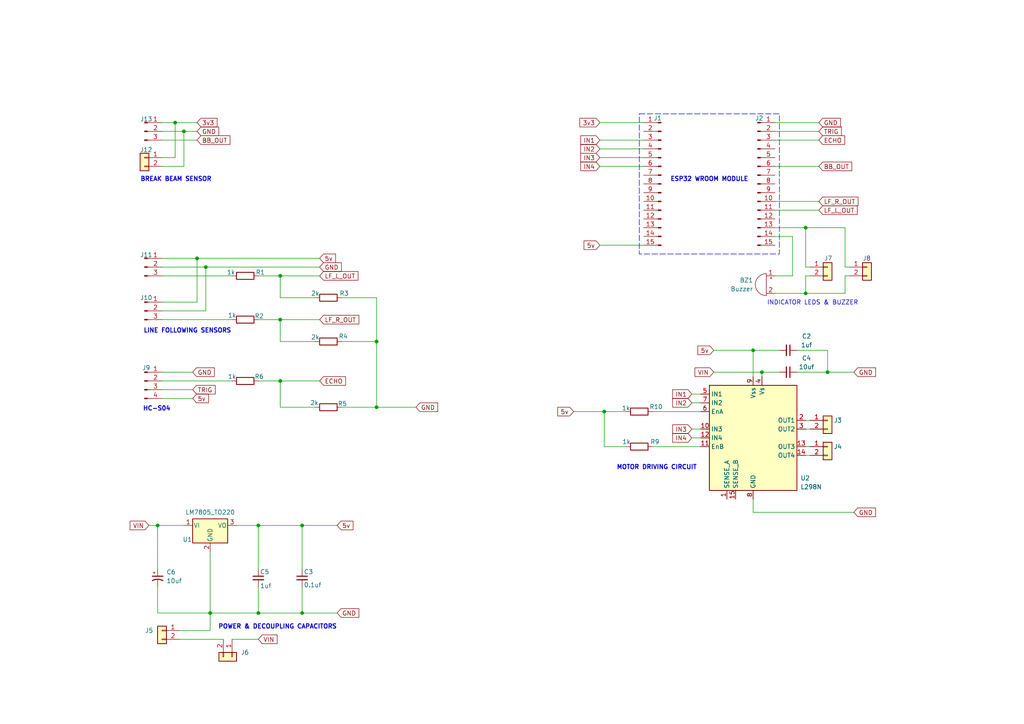
<source format=kicad_sch>
(kicad_sch
	(version 20250114)
	(generator "eeschema")
	(generator_version "9.0")
	(uuid "91670365-dc9f-433d-8af6-7dc49deeed5e")
	(paper "A4")
	(title_block
		(title "WAREHOUSE AGV PCB SCHEMATIC")
	)
	(lib_symbols
		(symbol "Connector:Conn_01x03_Pin"
			(pin_names
				(offset 1.016)
				(hide yes)
			)
			(exclude_from_sim no)
			(in_bom yes)
			(on_board yes)
			(property "Reference" "J"
				(at 0 5.08 0)
				(effects
					(font
						(size 1.27 1.27)
					)
				)
			)
			(property "Value" "Conn_01x03_Pin"
				(at 0 -5.08 0)
				(effects
					(font
						(size 1.27 1.27)
					)
				)
			)
			(property "Footprint" ""
				(at 0 0 0)
				(effects
					(font
						(size 1.27 1.27)
					)
					(hide yes)
				)
			)
			(property "Datasheet" "~"
				(at 0 0 0)
				(effects
					(font
						(size 1.27 1.27)
					)
					(hide yes)
				)
			)
			(property "Description" "Generic connector, single row, 01x03, script generated"
				(at 0 0 0)
				(effects
					(font
						(size 1.27 1.27)
					)
					(hide yes)
				)
			)
			(property "ki_locked" ""
				(at 0 0 0)
				(effects
					(font
						(size 1.27 1.27)
					)
				)
			)
			(property "ki_keywords" "connector"
				(at 0 0 0)
				(effects
					(font
						(size 1.27 1.27)
					)
					(hide yes)
				)
			)
			(property "ki_fp_filters" "Connector*:*_1x??_*"
				(at 0 0 0)
				(effects
					(font
						(size 1.27 1.27)
					)
					(hide yes)
				)
			)
			(symbol "Conn_01x03_Pin_1_1"
				(rectangle
					(start 0.8636 2.667)
					(end 0 2.413)
					(stroke
						(width 0.1524)
						(type default)
					)
					(fill
						(type outline)
					)
				)
				(rectangle
					(start 0.8636 0.127)
					(end 0 -0.127)
					(stroke
						(width 0.1524)
						(type default)
					)
					(fill
						(type outline)
					)
				)
				(rectangle
					(start 0.8636 -2.413)
					(end 0 -2.667)
					(stroke
						(width 0.1524)
						(type default)
					)
					(fill
						(type outline)
					)
				)
				(polyline
					(pts
						(xy 1.27 2.54) (xy 0.8636 2.54)
					)
					(stroke
						(width 0.1524)
						(type default)
					)
					(fill
						(type none)
					)
				)
				(polyline
					(pts
						(xy 1.27 0) (xy 0.8636 0)
					)
					(stroke
						(width 0.1524)
						(type default)
					)
					(fill
						(type none)
					)
				)
				(polyline
					(pts
						(xy 1.27 -2.54) (xy 0.8636 -2.54)
					)
					(stroke
						(width 0.1524)
						(type default)
					)
					(fill
						(type none)
					)
				)
				(pin passive line
					(at 5.08 2.54 180)
					(length 3.81)
					(name "Pin_1"
						(effects
							(font
								(size 1.27 1.27)
							)
						)
					)
					(number "1"
						(effects
							(font
								(size 1.27 1.27)
							)
						)
					)
				)
				(pin passive line
					(at 5.08 0 180)
					(length 3.81)
					(name "Pin_2"
						(effects
							(font
								(size 1.27 1.27)
							)
						)
					)
					(number "2"
						(effects
							(font
								(size 1.27 1.27)
							)
						)
					)
				)
				(pin passive line
					(at 5.08 -2.54 180)
					(length 3.81)
					(name "Pin_3"
						(effects
							(font
								(size 1.27 1.27)
							)
						)
					)
					(number "3"
						(effects
							(font
								(size 1.27 1.27)
							)
						)
					)
				)
			)
			(embedded_fonts no)
		)
		(symbol "Connector:Conn_01x04_Pin"
			(pin_names
				(offset 1.016)
				(hide yes)
			)
			(exclude_from_sim no)
			(in_bom yes)
			(on_board yes)
			(property "Reference" "J"
				(at 0 5.08 0)
				(effects
					(font
						(size 1.27 1.27)
					)
				)
			)
			(property "Value" "Conn_01x04_Pin"
				(at 0 -7.62 0)
				(effects
					(font
						(size 1.27 1.27)
					)
				)
			)
			(property "Footprint" ""
				(at 0 0 0)
				(effects
					(font
						(size 1.27 1.27)
					)
					(hide yes)
				)
			)
			(property "Datasheet" "~"
				(at 0 0 0)
				(effects
					(font
						(size 1.27 1.27)
					)
					(hide yes)
				)
			)
			(property "Description" "Generic connector, single row, 01x04, script generated"
				(at 0 0 0)
				(effects
					(font
						(size 1.27 1.27)
					)
					(hide yes)
				)
			)
			(property "ki_locked" ""
				(at 0 0 0)
				(effects
					(font
						(size 1.27 1.27)
					)
				)
			)
			(property "ki_keywords" "connector"
				(at 0 0 0)
				(effects
					(font
						(size 1.27 1.27)
					)
					(hide yes)
				)
			)
			(property "ki_fp_filters" "Connector*:*_1x??_*"
				(at 0 0 0)
				(effects
					(font
						(size 1.27 1.27)
					)
					(hide yes)
				)
			)
			(symbol "Conn_01x04_Pin_1_1"
				(rectangle
					(start 0.8636 2.667)
					(end 0 2.413)
					(stroke
						(width 0.1524)
						(type default)
					)
					(fill
						(type outline)
					)
				)
				(rectangle
					(start 0.8636 0.127)
					(end 0 -0.127)
					(stroke
						(width 0.1524)
						(type default)
					)
					(fill
						(type outline)
					)
				)
				(rectangle
					(start 0.8636 -2.413)
					(end 0 -2.667)
					(stroke
						(width 0.1524)
						(type default)
					)
					(fill
						(type outline)
					)
				)
				(rectangle
					(start 0.8636 -4.953)
					(end 0 -5.207)
					(stroke
						(width 0.1524)
						(type default)
					)
					(fill
						(type outline)
					)
				)
				(polyline
					(pts
						(xy 1.27 2.54) (xy 0.8636 2.54)
					)
					(stroke
						(width 0.1524)
						(type default)
					)
					(fill
						(type none)
					)
				)
				(polyline
					(pts
						(xy 1.27 0) (xy 0.8636 0)
					)
					(stroke
						(width 0.1524)
						(type default)
					)
					(fill
						(type none)
					)
				)
				(polyline
					(pts
						(xy 1.27 -2.54) (xy 0.8636 -2.54)
					)
					(stroke
						(width 0.1524)
						(type default)
					)
					(fill
						(type none)
					)
				)
				(polyline
					(pts
						(xy 1.27 -5.08) (xy 0.8636 -5.08)
					)
					(stroke
						(width 0.1524)
						(type default)
					)
					(fill
						(type none)
					)
				)
				(pin passive line
					(at 5.08 2.54 180)
					(length 3.81)
					(name "Pin_1"
						(effects
							(font
								(size 1.27 1.27)
							)
						)
					)
					(number "1"
						(effects
							(font
								(size 1.27 1.27)
							)
						)
					)
				)
				(pin passive line
					(at 5.08 0 180)
					(length 3.81)
					(name "Pin_2"
						(effects
							(font
								(size 1.27 1.27)
							)
						)
					)
					(number "2"
						(effects
							(font
								(size 1.27 1.27)
							)
						)
					)
				)
				(pin passive line
					(at 5.08 -2.54 180)
					(length 3.81)
					(name "Pin_3"
						(effects
							(font
								(size 1.27 1.27)
							)
						)
					)
					(number "3"
						(effects
							(font
								(size 1.27 1.27)
							)
						)
					)
				)
				(pin passive line
					(at 5.08 -5.08 180)
					(length 3.81)
					(name "Pin_4"
						(effects
							(font
								(size 1.27 1.27)
							)
						)
					)
					(number "4"
						(effects
							(font
								(size 1.27 1.27)
							)
						)
					)
				)
			)
			(embedded_fonts no)
		)
		(symbol "Connector:Conn_01x15_Pin"
			(pin_names
				(offset 1.016)
				(hide yes)
			)
			(exclude_from_sim no)
			(in_bom yes)
			(on_board yes)
			(property "Reference" "J"
				(at 0 20.32 0)
				(effects
					(font
						(size 1.27 1.27)
					)
				)
			)
			(property "Value" "Conn_01x15_Pin"
				(at 0 -20.32 0)
				(effects
					(font
						(size 1.27 1.27)
					)
				)
			)
			(property "Footprint" ""
				(at 0 0 0)
				(effects
					(font
						(size 1.27 1.27)
					)
					(hide yes)
				)
			)
			(property "Datasheet" "~"
				(at 0 0 0)
				(effects
					(font
						(size 1.27 1.27)
					)
					(hide yes)
				)
			)
			(property "Description" "Generic connector, single row, 01x15, script generated"
				(at 0 0 0)
				(effects
					(font
						(size 1.27 1.27)
					)
					(hide yes)
				)
			)
			(property "ki_locked" ""
				(at 0 0 0)
				(effects
					(font
						(size 1.27 1.27)
					)
				)
			)
			(property "ki_keywords" "connector"
				(at 0 0 0)
				(effects
					(font
						(size 1.27 1.27)
					)
					(hide yes)
				)
			)
			(property "ki_fp_filters" "Connector*:*_1x??_*"
				(at 0 0 0)
				(effects
					(font
						(size 1.27 1.27)
					)
					(hide yes)
				)
			)
			(symbol "Conn_01x15_Pin_1_1"
				(rectangle
					(start 0.8636 17.907)
					(end 0 17.653)
					(stroke
						(width 0.1524)
						(type default)
					)
					(fill
						(type outline)
					)
				)
				(rectangle
					(start 0.8636 15.367)
					(end 0 15.113)
					(stroke
						(width 0.1524)
						(type default)
					)
					(fill
						(type outline)
					)
				)
				(rectangle
					(start 0.8636 12.827)
					(end 0 12.573)
					(stroke
						(width 0.1524)
						(type default)
					)
					(fill
						(type outline)
					)
				)
				(rectangle
					(start 0.8636 10.287)
					(end 0 10.033)
					(stroke
						(width 0.1524)
						(type default)
					)
					(fill
						(type outline)
					)
				)
				(rectangle
					(start 0.8636 7.747)
					(end 0 7.493)
					(stroke
						(width 0.1524)
						(type default)
					)
					(fill
						(type outline)
					)
				)
				(rectangle
					(start 0.8636 5.207)
					(end 0 4.953)
					(stroke
						(width 0.1524)
						(type default)
					)
					(fill
						(type outline)
					)
				)
				(rectangle
					(start 0.8636 2.667)
					(end 0 2.413)
					(stroke
						(width 0.1524)
						(type default)
					)
					(fill
						(type outline)
					)
				)
				(rectangle
					(start 0.8636 0.127)
					(end 0 -0.127)
					(stroke
						(width 0.1524)
						(type default)
					)
					(fill
						(type outline)
					)
				)
				(rectangle
					(start 0.8636 -2.413)
					(end 0 -2.667)
					(stroke
						(width 0.1524)
						(type default)
					)
					(fill
						(type outline)
					)
				)
				(rectangle
					(start 0.8636 -4.953)
					(end 0 -5.207)
					(stroke
						(width 0.1524)
						(type default)
					)
					(fill
						(type outline)
					)
				)
				(rectangle
					(start 0.8636 -7.493)
					(end 0 -7.747)
					(stroke
						(width 0.1524)
						(type default)
					)
					(fill
						(type outline)
					)
				)
				(rectangle
					(start 0.8636 -10.033)
					(end 0 -10.287)
					(stroke
						(width 0.1524)
						(type default)
					)
					(fill
						(type outline)
					)
				)
				(rectangle
					(start 0.8636 -12.573)
					(end 0 -12.827)
					(stroke
						(width 0.1524)
						(type default)
					)
					(fill
						(type outline)
					)
				)
				(rectangle
					(start 0.8636 -15.113)
					(end 0 -15.367)
					(stroke
						(width 0.1524)
						(type default)
					)
					(fill
						(type outline)
					)
				)
				(rectangle
					(start 0.8636 -17.653)
					(end 0 -17.907)
					(stroke
						(width 0.1524)
						(type default)
					)
					(fill
						(type outline)
					)
				)
				(polyline
					(pts
						(xy 1.27 17.78) (xy 0.8636 17.78)
					)
					(stroke
						(width 0.1524)
						(type default)
					)
					(fill
						(type none)
					)
				)
				(polyline
					(pts
						(xy 1.27 15.24) (xy 0.8636 15.24)
					)
					(stroke
						(width 0.1524)
						(type default)
					)
					(fill
						(type none)
					)
				)
				(polyline
					(pts
						(xy 1.27 12.7) (xy 0.8636 12.7)
					)
					(stroke
						(width 0.1524)
						(type default)
					)
					(fill
						(type none)
					)
				)
				(polyline
					(pts
						(xy 1.27 10.16) (xy 0.8636 10.16)
					)
					(stroke
						(width 0.1524)
						(type default)
					)
					(fill
						(type none)
					)
				)
				(polyline
					(pts
						(xy 1.27 7.62) (xy 0.8636 7.62)
					)
					(stroke
						(width 0.1524)
						(type default)
					)
					(fill
						(type none)
					)
				)
				(polyline
					(pts
						(xy 1.27 5.08) (xy 0.8636 5.08)
					)
					(stroke
						(width 0.1524)
						(type default)
					)
					(fill
						(type none)
					)
				)
				(polyline
					(pts
						(xy 1.27 2.54) (xy 0.8636 2.54)
					)
					(stroke
						(width 0.1524)
						(type default)
					)
					(fill
						(type none)
					)
				)
				(polyline
					(pts
						(xy 1.27 0) (xy 0.8636 0)
					)
					(stroke
						(width 0.1524)
						(type default)
					)
					(fill
						(type none)
					)
				)
				(polyline
					(pts
						(xy 1.27 -2.54) (xy 0.8636 -2.54)
					)
					(stroke
						(width 0.1524)
						(type default)
					)
					(fill
						(type none)
					)
				)
				(polyline
					(pts
						(xy 1.27 -5.08) (xy 0.8636 -5.08)
					)
					(stroke
						(width 0.1524)
						(type default)
					)
					(fill
						(type none)
					)
				)
				(polyline
					(pts
						(xy 1.27 -7.62) (xy 0.8636 -7.62)
					)
					(stroke
						(width 0.1524)
						(type default)
					)
					(fill
						(type none)
					)
				)
				(polyline
					(pts
						(xy 1.27 -10.16) (xy 0.8636 -10.16)
					)
					(stroke
						(width 0.1524)
						(type default)
					)
					(fill
						(type none)
					)
				)
				(polyline
					(pts
						(xy 1.27 -12.7) (xy 0.8636 -12.7)
					)
					(stroke
						(width 0.1524)
						(type default)
					)
					(fill
						(type none)
					)
				)
				(polyline
					(pts
						(xy 1.27 -15.24) (xy 0.8636 -15.24)
					)
					(stroke
						(width 0.1524)
						(type default)
					)
					(fill
						(type none)
					)
				)
				(polyline
					(pts
						(xy 1.27 -17.78) (xy 0.8636 -17.78)
					)
					(stroke
						(width 0.1524)
						(type default)
					)
					(fill
						(type none)
					)
				)
				(pin passive line
					(at 5.08 17.78 180)
					(length 3.81)
					(name "Pin_1"
						(effects
							(font
								(size 1.27 1.27)
							)
						)
					)
					(number "1"
						(effects
							(font
								(size 1.27 1.27)
							)
						)
					)
				)
				(pin passive line
					(at 5.08 15.24 180)
					(length 3.81)
					(name "Pin_2"
						(effects
							(font
								(size 1.27 1.27)
							)
						)
					)
					(number "2"
						(effects
							(font
								(size 1.27 1.27)
							)
						)
					)
				)
				(pin passive line
					(at 5.08 12.7 180)
					(length 3.81)
					(name "Pin_3"
						(effects
							(font
								(size 1.27 1.27)
							)
						)
					)
					(number "3"
						(effects
							(font
								(size 1.27 1.27)
							)
						)
					)
				)
				(pin passive line
					(at 5.08 10.16 180)
					(length 3.81)
					(name "Pin_4"
						(effects
							(font
								(size 1.27 1.27)
							)
						)
					)
					(number "4"
						(effects
							(font
								(size 1.27 1.27)
							)
						)
					)
				)
				(pin passive line
					(at 5.08 7.62 180)
					(length 3.81)
					(name "Pin_5"
						(effects
							(font
								(size 1.27 1.27)
							)
						)
					)
					(number "5"
						(effects
							(font
								(size 1.27 1.27)
							)
						)
					)
				)
				(pin passive line
					(at 5.08 5.08 180)
					(length 3.81)
					(name "Pin_6"
						(effects
							(font
								(size 1.27 1.27)
							)
						)
					)
					(number "6"
						(effects
							(font
								(size 1.27 1.27)
							)
						)
					)
				)
				(pin passive line
					(at 5.08 2.54 180)
					(length 3.81)
					(name "Pin_7"
						(effects
							(font
								(size 1.27 1.27)
							)
						)
					)
					(number "7"
						(effects
							(font
								(size 1.27 1.27)
							)
						)
					)
				)
				(pin passive line
					(at 5.08 0 180)
					(length 3.81)
					(name "Pin_8"
						(effects
							(font
								(size 1.27 1.27)
							)
						)
					)
					(number "8"
						(effects
							(font
								(size 1.27 1.27)
							)
						)
					)
				)
				(pin passive line
					(at 5.08 -2.54 180)
					(length 3.81)
					(name "Pin_9"
						(effects
							(font
								(size 1.27 1.27)
							)
						)
					)
					(number "9"
						(effects
							(font
								(size 1.27 1.27)
							)
						)
					)
				)
				(pin passive line
					(at 5.08 -5.08 180)
					(length 3.81)
					(name "Pin_10"
						(effects
							(font
								(size 1.27 1.27)
							)
						)
					)
					(number "10"
						(effects
							(font
								(size 1.27 1.27)
							)
						)
					)
				)
				(pin passive line
					(at 5.08 -7.62 180)
					(length 3.81)
					(name "Pin_11"
						(effects
							(font
								(size 1.27 1.27)
							)
						)
					)
					(number "11"
						(effects
							(font
								(size 1.27 1.27)
							)
						)
					)
				)
				(pin passive line
					(at 5.08 -10.16 180)
					(length 3.81)
					(name "Pin_12"
						(effects
							(font
								(size 1.27 1.27)
							)
						)
					)
					(number "12"
						(effects
							(font
								(size 1.27 1.27)
							)
						)
					)
				)
				(pin passive line
					(at 5.08 -12.7 180)
					(length 3.81)
					(name "Pin_13"
						(effects
							(font
								(size 1.27 1.27)
							)
						)
					)
					(number "13"
						(effects
							(font
								(size 1.27 1.27)
							)
						)
					)
				)
				(pin passive line
					(at 5.08 -15.24 180)
					(length 3.81)
					(name "Pin_14"
						(effects
							(font
								(size 1.27 1.27)
							)
						)
					)
					(number "14"
						(effects
							(font
								(size 1.27 1.27)
							)
						)
					)
				)
				(pin passive line
					(at 5.08 -17.78 180)
					(length 3.81)
					(name "Pin_15"
						(effects
							(font
								(size 1.27 1.27)
							)
						)
					)
					(number "15"
						(effects
							(font
								(size 1.27 1.27)
							)
						)
					)
				)
			)
			(embedded_fonts no)
		)
		(symbol "Connector_Generic:Conn_01x02"
			(pin_names
				(offset 1.016)
				(hide yes)
			)
			(exclude_from_sim no)
			(in_bom yes)
			(on_board yes)
			(property "Reference" "J"
				(at 0 2.54 0)
				(effects
					(font
						(size 1.27 1.27)
					)
				)
			)
			(property "Value" "Conn_01x02"
				(at 0 -5.08 0)
				(effects
					(font
						(size 1.27 1.27)
					)
				)
			)
			(property "Footprint" ""
				(at 0 0 0)
				(effects
					(font
						(size 1.27 1.27)
					)
					(hide yes)
				)
			)
			(property "Datasheet" "~"
				(at 0 0 0)
				(effects
					(font
						(size 1.27 1.27)
					)
					(hide yes)
				)
			)
			(property "Description" "Generic connector, single row, 01x02, script generated (kicad-library-utils/schlib/autogen/connector/)"
				(at 0 0 0)
				(effects
					(font
						(size 1.27 1.27)
					)
					(hide yes)
				)
			)
			(property "ki_keywords" "connector"
				(at 0 0 0)
				(effects
					(font
						(size 1.27 1.27)
					)
					(hide yes)
				)
			)
			(property "ki_fp_filters" "Connector*:*_1x??_*"
				(at 0 0 0)
				(effects
					(font
						(size 1.27 1.27)
					)
					(hide yes)
				)
			)
			(symbol "Conn_01x02_1_1"
				(rectangle
					(start -1.27 1.27)
					(end 1.27 -3.81)
					(stroke
						(width 0.254)
						(type default)
					)
					(fill
						(type background)
					)
				)
				(rectangle
					(start -1.27 0.127)
					(end 0 -0.127)
					(stroke
						(width 0.1524)
						(type default)
					)
					(fill
						(type none)
					)
				)
				(rectangle
					(start -1.27 -2.413)
					(end 0 -2.667)
					(stroke
						(width 0.1524)
						(type default)
					)
					(fill
						(type none)
					)
				)
				(pin passive line
					(at -5.08 0 0)
					(length 3.81)
					(name "Pin_1"
						(effects
							(font
								(size 1.27 1.27)
							)
						)
					)
					(number "1"
						(effects
							(font
								(size 1.27 1.27)
							)
						)
					)
				)
				(pin passive line
					(at -5.08 -2.54 0)
					(length 3.81)
					(name "Pin_2"
						(effects
							(font
								(size 1.27 1.27)
							)
						)
					)
					(number "2"
						(effects
							(font
								(size 1.27 1.27)
							)
						)
					)
				)
			)
			(embedded_fonts no)
		)
		(symbol "Device:Buzzer"
			(pin_names
				(offset 0.0254)
				(hide yes)
			)
			(exclude_from_sim no)
			(in_bom yes)
			(on_board yes)
			(property "Reference" "BZ"
				(at 3.81 1.27 0)
				(effects
					(font
						(size 1.27 1.27)
					)
					(justify left)
				)
			)
			(property "Value" "Buzzer"
				(at 3.81 -1.27 0)
				(effects
					(font
						(size 1.27 1.27)
					)
					(justify left)
				)
			)
			(property "Footprint" ""
				(at -0.635 2.54 90)
				(effects
					(font
						(size 1.27 1.27)
					)
					(hide yes)
				)
			)
			(property "Datasheet" "~"
				(at -0.635 2.54 90)
				(effects
					(font
						(size 1.27 1.27)
					)
					(hide yes)
				)
			)
			(property "Description" "Buzzer, polarized"
				(at 0 0 0)
				(effects
					(font
						(size 1.27 1.27)
					)
					(hide yes)
				)
			)
			(property "ki_keywords" "quartz resonator ceramic"
				(at 0 0 0)
				(effects
					(font
						(size 1.27 1.27)
					)
					(hide yes)
				)
			)
			(property "ki_fp_filters" "*Buzzer*"
				(at 0 0 0)
				(effects
					(font
						(size 1.27 1.27)
					)
					(hide yes)
				)
			)
			(symbol "Buzzer_0_1"
				(polyline
					(pts
						(xy -1.651 1.905) (xy -1.143 1.905)
					)
					(stroke
						(width 0)
						(type default)
					)
					(fill
						(type none)
					)
				)
				(polyline
					(pts
						(xy -1.397 2.159) (xy -1.397 1.651)
					)
					(stroke
						(width 0)
						(type default)
					)
					(fill
						(type none)
					)
				)
				(arc
					(start 0 3.175)
					(mid 3.1612 0)
					(end 0 -3.175)
					(stroke
						(width 0)
						(type default)
					)
					(fill
						(type none)
					)
				)
				(polyline
					(pts
						(xy 0 3.175) (xy 0 -3.175)
					)
					(stroke
						(width 0)
						(type default)
					)
					(fill
						(type none)
					)
				)
			)
			(symbol "Buzzer_1_1"
				(pin passive line
					(at -2.54 2.54 0)
					(length 2.54)
					(name "+"
						(effects
							(font
								(size 1.27 1.27)
							)
						)
					)
					(number "1"
						(effects
							(font
								(size 1.27 1.27)
							)
						)
					)
				)
				(pin passive line
					(at -2.54 -2.54 0)
					(length 2.54)
					(name "-"
						(effects
							(font
								(size 1.27 1.27)
							)
						)
					)
					(number "2"
						(effects
							(font
								(size 1.27 1.27)
							)
						)
					)
				)
			)
			(embedded_fonts no)
		)
		(symbol "Device:C_Polarized_Small_US"
			(pin_numbers
				(hide yes)
			)
			(pin_names
				(offset 0.254)
				(hide yes)
			)
			(exclude_from_sim no)
			(in_bom yes)
			(on_board yes)
			(property "Reference" "C"
				(at 0.254 1.778 0)
				(effects
					(font
						(size 1.27 1.27)
					)
					(justify left)
				)
			)
			(property "Value" "C_Polarized_Small_US"
				(at 0.254 -2.032 0)
				(effects
					(font
						(size 1.27 1.27)
					)
					(justify left)
				)
			)
			(property "Footprint" ""
				(at 0 0 0)
				(effects
					(font
						(size 1.27 1.27)
					)
					(hide yes)
				)
			)
			(property "Datasheet" "~"
				(at 0 0 0)
				(effects
					(font
						(size 1.27 1.27)
					)
					(hide yes)
				)
			)
			(property "Description" "Polarized capacitor, small US symbol"
				(at 0 0 0)
				(effects
					(font
						(size 1.27 1.27)
					)
					(hide yes)
				)
			)
			(property "ki_keywords" "cap capacitor"
				(at 0 0 0)
				(effects
					(font
						(size 1.27 1.27)
					)
					(hide yes)
				)
			)
			(property "ki_fp_filters" "CP_*"
				(at 0 0 0)
				(effects
					(font
						(size 1.27 1.27)
					)
					(hide yes)
				)
			)
			(symbol "C_Polarized_Small_US_0_1"
				(polyline
					(pts
						(xy -1.524 0.508) (xy 1.524 0.508)
					)
					(stroke
						(width 0.3048)
						(type default)
					)
					(fill
						(type none)
					)
				)
				(polyline
					(pts
						(xy -1.27 1.524) (xy -0.762 1.524)
					)
					(stroke
						(width 0)
						(type default)
					)
					(fill
						(type none)
					)
				)
				(polyline
					(pts
						(xy -1.016 1.27) (xy -1.016 1.778)
					)
					(stroke
						(width 0)
						(type default)
					)
					(fill
						(type none)
					)
				)
				(arc
					(start -1.524 -0.762)
					(mid 0 -0.3734)
					(end 1.524 -0.762)
					(stroke
						(width 0.3048)
						(type default)
					)
					(fill
						(type none)
					)
				)
			)
			(symbol "C_Polarized_Small_US_1_1"
				(pin passive line
					(at 0 2.54 270)
					(length 2.032)
					(name "~"
						(effects
							(font
								(size 1.27 1.27)
							)
						)
					)
					(number "1"
						(effects
							(font
								(size 1.27 1.27)
							)
						)
					)
				)
				(pin passive line
					(at 0 -2.54 90)
					(length 2.032)
					(name "~"
						(effects
							(font
								(size 1.27 1.27)
							)
						)
					)
					(number "2"
						(effects
							(font
								(size 1.27 1.27)
							)
						)
					)
				)
			)
			(embedded_fonts no)
		)
		(symbol "Device:C_Small"
			(pin_numbers
				(hide yes)
			)
			(pin_names
				(offset 0.254)
				(hide yes)
			)
			(exclude_from_sim no)
			(in_bom yes)
			(on_board yes)
			(property "Reference" "C"
				(at 0.254 1.778 0)
				(effects
					(font
						(size 1.27 1.27)
					)
					(justify left)
				)
			)
			(property "Value" "C_Small"
				(at 0.254 -2.032 0)
				(effects
					(font
						(size 1.27 1.27)
					)
					(justify left)
				)
			)
			(property "Footprint" ""
				(at 0 0 0)
				(effects
					(font
						(size 1.27 1.27)
					)
					(hide yes)
				)
			)
			(property "Datasheet" "~"
				(at 0 0 0)
				(effects
					(font
						(size 1.27 1.27)
					)
					(hide yes)
				)
			)
			(property "Description" "Unpolarized capacitor, small symbol"
				(at 0 0 0)
				(effects
					(font
						(size 1.27 1.27)
					)
					(hide yes)
				)
			)
			(property "ki_keywords" "capacitor cap"
				(at 0 0 0)
				(effects
					(font
						(size 1.27 1.27)
					)
					(hide yes)
				)
			)
			(property "ki_fp_filters" "C_*"
				(at 0 0 0)
				(effects
					(font
						(size 1.27 1.27)
					)
					(hide yes)
				)
			)
			(symbol "C_Small_0_1"
				(polyline
					(pts
						(xy -1.524 0.508) (xy 1.524 0.508)
					)
					(stroke
						(width 0.3048)
						(type default)
					)
					(fill
						(type none)
					)
				)
				(polyline
					(pts
						(xy -1.524 -0.508) (xy 1.524 -0.508)
					)
					(stroke
						(width 0.3302)
						(type default)
					)
					(fill
						(type none)
					)
				)
			)
			(symbol "C_Small_1_1"
				(pin passive line
					(at 0 2.54 270)
					(length 2.032)
					(name "~"
						(effects
							(font
								(size 1.27 1.27)
							)
						)
					)
					(number "1"
						(effects
							(font
								(size 1.27 1.27)
							)
						)
					)
				)
				(pin passive line
					(at 0 -2.54 90)
					(length 2.032)
					(name "~"
						(effects
							(font
								(size 1.27 1.27)
							)
						)
					)
					(number "2"
						(effects
							(font
								(size 1.27 1.27)
							)
						)
					)
				)
			)
			(embedded_fonts no)
		)
		(symbol "Device:R"
			(pin_numbers
				(hide yes)
			)
			(pin_names
				(offset 0)
			)
			(exclude_from_sim no)
			(in_bom yes)
			(on_board yes)
			(property "Reference" "R"
				(at 2.032 0 90)
				(effects
					(font
						(size 1.27 1.27)
					)
				)
			)
			(property "Value" "R"
				(at 0 0 90)
				(effects
					(font
						(size 1.27 1.27)
					)
				)
			)
			(property "Footprint" ""
				(at -1.778 0 90)
				(effects
					(font
						(size 1.27 1.27)
					)
					(hide yes)
				)
			)
			(property "Datasheet" "~"
				(at 0 0 0)
				(effects
					(font
						(size 1.27 1.27)
					)
					(hide yes)
				)
			)
			(property "Description" "Resistor"
				(at 0 0 0)
				(effects
					(font
						(size 1.27 1.27)
					)
					(hide yes)
				)
			)
			(property "ki_keywords" "R res resistor"
				(at 0 0 0)
				(effects
					(font
						(size 1.27 1.27)
					)
					(hide yes)
				)
			)
			(property "ki_fp_filters" "R_*"
				(at 0 0 0)
				(effects
					(font
						(size 1.27 1.27)
					)
					(hide yes)
				)
			)
			(symbol "R_0_1"
				(rectangle
					(start -1.016 -2.54)
					(end 1.016 2.54)
					(stroke
						(width 0.254)
						(type default)
					)
					(fill
						(type none)
					)
				)
			)
			(symbol "R_1_1"
				(pin passive line
					(at 0 3.81 270)
					(length 1.27)
					(name "~"
						(effects
							(font
								(size 1.27 1.27)
							)
						)
					)
					(number "1"
						(effects
							(font
								(size 1.27 1.27)
							)
						)
					)
				)
				(pin passive line
					(at 0 -3.81 90)
					(length 1.27)
					(name "~"
						(effects
							(font
								(size 1.27 1.27)
							)
						)
					)
					(number "2"
						(effects
							(font
								(size 1.27 1.27)
							)
						)
					)
				)
			)
			(embedded_fonts no)
		)
		(symbol "Driver_Motor:L298N"
			(exclude_from_sim no)
			(in_bom yes)
			(on_board yes)
			(property "Reference" "U"
				(at -10.16 16.51 0)
				(effects
					(font
						(size 1.27 1.27)
					)
					(justify right)
				)
			)
			(property "Value" "L298N"
				(at 12.7 16.51 0)
				(effects
					(font
						(size 1.27 1.27)
					)
					(justify right)
				)
			)
			(property "Footprint" "Package_TO_SOT_THT:TO-220-15_P2.54x5.08mm_StaggerOdd_Lead4.58mm_Vertical"
				(at 1.27 -16.51 0)
				(effects
					(font
						(size 1.27 1.27)
					)
					(justify left)
					(hide yes)
				)
			)
			(property "Datasheet" "http://www.st.com/st-web-ui/static/active/en/resource/technical/document/datasheet/CD00000240.pdf"
				(at 3.81 6.35 0)
				(effects
					(font
						(size 1.27 1.27)
					)
					(hide yes)
				)
			)
			(property "Description" "Dual full bridge motor driver, up to 46V, 4A, Multiwatt15-V"
				(at 0 0 0)
				(effects
					(font
						(size 1.27 1.27)
					)
					(hide yes)
				)
			)
			(property "ki_keywords" "H-bridge motor driver"
				(at 0 0 0)
				(effects
					(font
						(size 1.27 1.27)
					)
					(hide yes)
				)
			)
			(property "ki_fp_filters" "TO?220*StaggerOdd*Vertical*"
				(at 0 0 0)
				(effects
					(font
						(size 1.27 1.27)
					)
					(hide yes)
				)
			)
			(symbol "L298N_0_1"
				(rectangle
					(start -12.7 15.24)
					(end 12.7 -15.24)
					(stroke
						(width 0.254)
						(type default)
					)
					(fill
						(type background)
					)
				)
			)
			(symbol "L298N_1_1"
				(pin input line
					(at -15.24 12.7 0)
					(length 2.54)
					(name "IN1"
						(effects
							(font
								(size 1.27 1.27)
							)
						)
					)
					(number "5"
						(effects
							(font
								(size 1.27 1.27)
							)
						)
					)
				)
				(pin input line
					(at -15.24 10.16 0)
					(length 2.54)
					(name "IN2"
						(effects
							(font
								(size 1.27 1.27)
							)
						)
					)
					(number "7"
						(effects
							(font
								(size 1.27 1.27)
							)
						)
					)
				)
				(pin input line
					(at -15.24 7.62 0)
					(length 2.54)
					(name "EnA"
						(effects
							(font
								(size 1.27 1.27)
							)
						)
					)
					(number "6"
						(effects
							(font
								(size 1.27 1.27)
							)
						)
					)
				)
				(pin input line
					(at -15.24 2.54 0)
					(length 2.54)
					(name "IN3"
						(effects
							(font
								(size 1.27 1.27)
							)
						)
					)
					(number "10"
						(effects
							(font
								(size 1.27 1.27)
							)
						)
					)
				)
				(pin input line
					(at -15.24 0 0)
					(length 2.54)
					(name "IN4"
						(effects
							(font
								(size 1.27 1.27)
							)
						)
					)
					(number "12"
						(effects
							(font
								(size 1.27 1.27)
							)
						)
					)
				)
				(pin input line
					(at -15.24 -2.54 0)
					(length 2.54)
					(name "EnB"
						(effects
							(font
								(size 1.27 1.27)
							)
						)
					)
					(number "11"
						(effects
							(font
								(size 1.27 1.27)
							)
						)
					)
				)
				(pin input line
					(at -7.62 -17.78 90)
					(length 2.54)
					(name "SENSE_A"
						(effects
							(font
								(size 1.27 1.27)
							)
						)
					)
					(number "1"
						(effects
							(font
								(size 1.27 1.27)
							)
						)
					)
				)
				(pin input line
					(at -5.08 -17.78 90)
					(length 2.54)
					(name "SENSE_B"
						(effects
							(font
								(size 1.27 1.27)
							)
						)
					)
					(number "15"
						(effects
							(font
								(size 1.27 1.27)
							)
						)
					)
				)
				(pin power_in line
					(at 0 17.78 270)
					(length 2.54)
					(name "Vss"
						(effects
							(font
								(size 1.27 1.27)
							)
						)
					)
					(number "9"
						(effects
							(font
								(size 1.27 1.27)
							)
						)
					)
				)
				(pin power_in line
					(at 0 -17.78 90)
					(length 2.54)
					(name "GND"
						(effects
							(font
								(size 1.27 1.27)
							)
						)
					)
					(number "8"
						(effects
							(font
								(size 1.27 1.27)
							)
						)
					)
				)
				(pin power_in line
					(at 2.54 17.78 270)
					(length 2.54)
					(name "Vs"
						(effects
							(font
								(size 1.27 1.27)
							)
						)
					)
					(number "4"
						(effects
							(font
								(size 1.27 1.27)
							)
						)
					)
				)
				(pin output line
					(at 15.24 5.08 180)
					(length 2.54)
					(name "OUT1"
						(effects
							(font
								(size 1.27 1.27)
							)
						)
					)
					(number "2"
						(effects
							(font
								(size 1.27 1.27)
							)
						)
					)
				)
				(pin output line
					(at 15.24 2.54 180)
					(length 2.54)
					(name "OUT2"
						(effects
							(font
								(size 1.27 1.27)
							)
						)
					)
					(number "3"
						(effects
							(font
								(size 1.27 1.27)
							)
						)
					)
				)
				(pin output line
					(at 15.24 -2.54 180)
					(length 2.54)
					(name "OUT3"
						(effects
							(font
								(size 1.27 1.27)
							)
						)
					)
					(number "13"
						(effects
							(font
								(size 1.27 1.27)
							)
						)
					)
				)
				(pin output line
					(at 15.24 -5.08 180)
					(length 2.54)
					(name "OUT4"
						(effects
							(font
								(size 1.27 1.27)
							)
						)
					)
					(number "14"
						(effects
							(font
								(size 1.27 1.27)
							)
						)
					)
				)
			)
			(embedded_fonts no)
		)
		(symbol "Regulator_Linear:LM7805_TO220"
			(pin_names
				(offset 0.254)
			)
			(exclude_from_sim no)
			(in_bom yes)
			(on_board yes)
			(property "Reference" "U"
				(at -3.81 3.175 0)
				(effects
					(font
						(size 1.27 1.27)
					)
				)
			)
			(property "Value" "LM7805_TO220"
				(at 0 3.175 0)
				(effects
					(font
						(size 1.27 1.27)
					)
					(justify left)
				)
			)
			(property "Footprint" "Package_TO_SOT_THT:TO-220-3_Vertical"
				(at 0 5.715 0)
				(effects
					(font
						(size 1.27 1.27)
						(italic yes)
					)
					(hide yes)
				)
			)
			(property "Datasheet" "https://www.onsemi.cn/PowerSolutions/document/MC7800-D.PDF"
				(at 0 -1.27 0)
				(effects
					(font
						(size 1.27 1.27)
					)
					(hide yes)
				)
			)
			(property "Description" "Positive 1A 35V Linear Regulator, Fixed Output 5V, TO-220"
				(at 0 0 0)
				(effects
					(font
						(size 1.27 1.27)
					)
					(hide yes)
				)
			)
			(property "ki_keywords" "Voltage Regulator 1A Positive"
				(at 0 0 0)
				(effects
					(font
						(size 1.27 1.27)
					)
					(hide yes)
				)
			)
			(property "ki_fp_filters" "TO?220*"
				(at 0 0 0)
				(effects
					(font
						(size 1.27 1.27)
					)
					(hide yes)
				)
			)
			(symbol "LM7805_TO220_0_1"
				(rectangle
					(start -5.08 1.905)
					(end 5.08 -5.08)
					(stroke
						(width 0.254)
						(type default)
					)
					(fill
						(type background)
					)
				)
			)
			(symbol "LM7805_TO220_1_1"
				(pin power_in line
					(at -7.62 0 0)
					(length 2.54)
					(name "VI"
						(effects
							(font
								(size 1.27 1.27)
							)
						)
					)
					(number "1"
						(effects
							(font
								(size 1.27 1.27)
							)
						)
					)
				)
				(pin power_in line
					(at 0 -7.62 90)
					(length 2.54)
					(name "GND"
						(effects
							(font
								(size 1.27 1.27)
							)
						)
					)
					(number "2"
						(effects
							(font
								(size 1.27 1.27)
							)
						)
					)
				)
				(pin power_out line
					(at 7.62 0 180)
					(length 2.54)
					(name "VO"
						(effects
							(font
								(size 1.27 1.27)
							)
						)
					)
					(number "3"
						(effects
							(font
								(size 1.27 1.27)
							)
						)
					)
				)
			)
			(embedded_fonts no)
		)
	)
	(rectangle
		(start 185.42 33.02)
		(end 226.06 73.66)
		(stroke
			(width 0)
			(type dash)
		)
		(fill
			(type none)
		)
		(uuid 27b2c381-bd9b-42b7-9c08-d5807c3e1e38)
	)
	(text "LINE FOLLOWING SENSORS"
		(exclude_from_sim no)
		(at 54.356 96.012 0)
		(effects
			(font
				(size 1.27 1.27)
				(thickness 0.254)
				(bold yes)
			)
		)
		(uuid "03ecdf15-34a8-44b9-83e1-a401a99c88bc")
	)
	(text "MOTOR DRIVING CIRCUIT\n"
		(exclude_from_sim no)
		(at 190.5 135.636 0)
		(effects
			(font
				(size 1.27 1.27)
				(thickness 0.254)
				(bold yes)
			)
		)
		(uuid "40b3c772-f9c4-4928-8223-3d751a5239e1")
	)
	(text "HC-S04"
		(exclude_from_sim no)
		(at 45.466 118.618 0)
		(effects
			(font
				(size 1.27 1.27)
				(thickness 0.254)
				(bold yes)
			)
		)
		(uuid "817ef975-b551-4fb1-8b0b-67eb17dd081f")
	)
	(text "POWER & DECOUPLING CAPACITORS"
		(exclude_from_sim no)
		(at 80.518 181.864 0)
		(effects
			(font
				(size 1.27 1.27)
				(thickness 0.254)
				(bold yes)
			)
		)
		(uuid "87fb6e69-395a-49b3-83ad-70bdc76759bd")
	)
	(text "ESP32 WROOM MODULE\n"
		(exclude_from_sim no)
		(at 205.74 52.07 0)
		(effects
			(font
				(size 1.27 1.27)
				(thickness 0.254)
				(bold yes)
			)
		)
		(uuid "9d7044f0-2b26-43b8-886c-47a7ebb19844")
	)
	(text "BREAK BEAM SENSOR"
		(exclude_from_sim no)
		(at 51.054 52.07 0)
		(effects
			(font
				(size 1.27 1.27)
				(thickness 0.254)
				(bold yes)
			)
		)
		(uuid "e292ec4a-1755-47fb-a55b-636ff268e5ea")
	)
	(text "INDICATOR LEDS & BUZZER"
		(exclude_from_sim no)
		(at 235.712 87.884 0)
		(effects
			(font
				(size 1.27 1.27)
			)
		)
		(uuid "f491d510-72f2-4c96-91e7-d80bfd0d6b5d")
	)
	(junction
		(at 81.28 110.49)
		(diameter 0)
		(color 0 0 0 0)
		(uuid "23758bbc-aeac-461b-99c2-db1e8f4d5187")
	)
	(junction
		(at 109.22 99.06)
		(diameter 0)
		(color 0 0 0 0)
		(uuid "2d2e0f09-e3a8-4741-ba0c-c35cc76e5548")
	)
	(junction
		(at 53.34 38.1)
		(diameter 0)
		(color 0 0 0 0)
		(uuid "2fd04332-bcf5-4420-bac4-4eb1e1c7d23d")
	)
	(junction
		(at 233.68 66.04)
		(diameter 0)
		(color 0 0 0 0)
		(uuid "37325ae1-a031-4bab-83ab-99ad7a50d6eb")
	)
	(junction
		(at 45.72 152.4)
		(diameter 0)
		(color 0 0 0 0)
		(uuid "5999b79c-6cf7-4731-bd88-697625030b2a")
	)
	(junction
		(at 87.63 152.4)
		(diameter 0)
		(color 0 0 0 0)
		(uuid "6ae44318-392a-44d3-b770-21ffcf8d0b3f")
	)
	(junction
		(at 87.63 177.8)
		(diameter 0)
		(color 0 0 0 0)
		(uuid "71cf75a7-94bd-456f-aeae-c53ec1bd9d2a")
	)
	(junction
		(at 81.28 92.71)
		(diameter 0)
		(color 0 0 0 0)
		(uuid "7be39715-29ac-43f7-bb05-961d10514637")
	)
	(junction
		(at 60.96 177.8)
		(diameter 0)
		(color 0 0 0 0)
		(uuid "83c7ecdd-30b2-463e-8285-492cf76dd874")
	)
	(junction
		(at 57.15 74.93)
		(diameter 0)
		(color 0 0 0 0)
		(uuid "abd2cc17-0c69-488c-a205-574f31c35fbb")
	)
	(junction
		(at 50.8 35.56)
		(diameter 0)
		(color 0 0 0 0)
		(uuid "b55eeae6-f9c3-46b9-8c2d-e2f5a28f9e18")
	)
	(junction
		(at 74.93 177.8)
		(diameter 0)
		(color 0 0 0 0)
		(uuid "c645c513-0c8f-4f23-89c4-5b0a2b573544")
	)
	(junction
		(at 74.93 152.4)
		(diameter 0)
		(color 0 0 0 0)
		(uuid "d45bbdc3-437d-4695-b4d8-b084d470afd1")
	)
	(junction
		(at 240.03 107.95)
		(diameter 0)
		(color 0 0 0 0)
		(uuid "da8ef491-b023-419b-a24f-d26de2c6d511")
	)
	(junction
		(at 175.26 119.38)
		(diameter 0)
		(color 0 0 0 0)
		(uuid "db066a6a-22aa-4111-903a-bcf9370f5b52")
	)
	(junction
		(at 218.44 101.6)
		(diameter 0)
		(color 0 0 0 0)
		(uuid "e21e05f1-9906-4662-8dcc-0b3af4f592c1")
	)
	(junction
		(at 59.69 77.47)
		(diameter 0)
		(color 0 0 0 0)
		(uuid "ed738ab6-5bbb-4343-8f7e-bdde1a1d2c9d")
	)
	(junction
		(at 109.22 118.11)
		(diameter 0)
		(color 0 0 0 0)
		(uuid "f320fa0e-6e73-422f-9966-7d1a24a2a7c2")
	)
	(junction
		(at 233.68 85.09)
		(diameter 0)
		(color 0 0 0 0)
		(uuid "f6681675-2d63-490b-bd13-cf11d52c5976")
	)
	(junction
		(at 220.98 107.95)
		(diameter 0)
		(color 0 0 0 0)
		(uuid "f6d4778c-e55b-4cd3-a408-ef85e3933ddd")
	)
	(junction
		(at 81.28 80.01)
		(diameter 0)
		(color 0 0 0 0)
		(uuid "f894bbb4-6a9c-4d37-a91a-f1513fc0d9f1")
	)
	(wire
		(pts
			(xy 175.26 129.54) (xy 175.26 119.38)
		)
		(stroke
			(width 0)
			(type default)
		)
		(uuid "02382905-21e2-4121-8044-064179340a69")
	)
	(wire
		(pts
			(xy 246.38 80.01) (xy 245.11 80.01)
		)
		(stroke
			(width 0)
			(type default)
		)
		(uuid "055af68e-d02e-47ab-8136-493c005856d9")
	)
	(wire
		(pts
			(xy 81.28 110.49) (xy 92.71 110.49)
		)
		(stroke
			(width 0)
			(type default)
		)
		(uuid "069600ef-52fc-4ff6-a6c2-8e46482f2c13")
	)
	(wire
		(pts
			(xy 99.06 86.36) (xy 109.22 86.36)
		)
		(stroke
			(width 0)
			(type default)
		)
		(uuid "083c9627-0352-42c2-8050-4e8d8bebe875")
	)
	(wire
		(pts
			(xy 81.28 118.11) (xy 81.28 110.49)
		)
		(stroke
			(width 0)
			(type default)
		)
		(uuid "091b7aa0-0bcb-4a39-8020-85d3d65d0b2d")
	)
	(wire
		(pts
			(xy 109.22 118.11) (xy 109.22 99.06)
		)
		(stroke
			(width 0)
			(type default)
		)
		(uuid "0dd767a8-b728-4e0e-acc9-bd0a296c555e")
	)
	(wire
		(pts
			(xy 231.14 107.95) (xy 240.03 107.95)
		)
		(stroke
			(width 0)
			(type default)
		)
		(uuid "0f61eb76-43e9-4074-ba8c-ef32b5465c9b")
	)
	(wire
		(pts
			(xy 87.63 170.18) (xy 87.63 177.8)
		)
		(stroke
			(width 0)
			(type default)
		)
		(uuid "122559ab-8c75-47a5-aa76-e61317e368cf")
	)
	(wire
		(pts
			(xy 245.11 77.47) (xy 245.11 66.04)
		)
		(stroke
			(width 0)
			(type default)
		)
		(uuid "15b38641-5bf4-4ffe-9c9d-c63a11a9a345")
	)
	(wire
		(pts
			(xy 220.98 107.95) (xy 226.06 107.95)
		)
		(stroke
			(width 0)
			(type default)
		)
		(uuid "16290ad6-af94-47af-85e4-aca4723a6d8c")
	)
	(wire
		(pts
			(xy 53.34 48.26) (xy 53.34 38.1)
		)
		(stroke
			(width 0)
			(type default)
		)
		(uuid "164bcf82-79b3-4017-9531-661fa520478e")
	)
	(wire
		(pts
			(xy 87.63 177.8) (xy 74.93 177.8)
		)
		(stroke
			(width 0)
			(type default)
		)
		(uuid "1afc6f60-1660-4687-9fd2-eed7b77a6908")
	)
	(wire
		(pts
			(xy 246.38 77.47) (xy 245.11 77.47)
		)
		(stroke
			(width 0)
			(type default)
		)
		(uuid "1fbb11a8-353c-4ada-a8c2-24008d05cfb5")
	)
	(wire
		(pts
			(xy 87.63 152.4) (xy 97.79 152.4)
		)
		(stroke
			(width 0)
			(type default)
		)
		(uuid "23486606-823d-456f-99f1-5648a6de28c9")
	)
	(wire
		(pts
			(xy 224.79 48.26) (xy 237.49 48.26)
		)
		(stroke
			(width 0)
			(type default)
		)
		(uuid "26ab8924-b765-4757-8b93-3f69d77af1b9")
	)
	(wire
		(pts
			(xy 91.44 99.06) (xy 81.28 99.06)
		)
		(stroke
			(width 0)
			(type default)
		)
		(uuid "29074d5c-919b-4ccf-afbb-b7dc06865948")
	)
	(wire
		(pts
			(xy 43.18 152.4) (xy 45.72 152.4)
		)
		(stroke
			(width 0)
			(type default)
		)
		(uuid "2d76a316-b442-497c-b2e3-c52e69bd50cd")
	)
	(wire
		(pts
			(xy 224.79 35.56) (xy 237.49 35.56)
		)
		(stroke
			(width 0)
			(type default)
		)
		(uuid "3e9b9bc2-55e8-4afa-ae07-1bbe778e6621")
	)
	(wire
		(pts
			(xy 233.68 124.46) (xy 234.95 124.46)
		)
		(stroke
			(width 0)
			(type default)
		)
		(uuid "40338364-77ee-4c2a-8cf8-01885cf91b2a")
	)
	(wire
		(pts
			(xy 224.79 40.64) (xy 237.49 40.64)
		)
		(stroke
			(width 0)
			(type default)
		)
		(uuid "4175e798-82c9-4b5b-92d8-c391888085e3")
	)
	(wire
		(pts
			(xy 74.93 170.18) (xy 74.93 177.8)
		)
		(stroke
			(width 0)
			(type default)
		)
		(uuid "42ebdc20-5c44-4681-993c-17b1ed845650")
	)
	(wire
		(pts
			(xy 46.99 87.63) (xy 57.15 87.63)
		)
		(stroke
			(width 0)
			(type default)
		)
		(uuid "44569601-ab83-4dec-b064-5c0b402caaea")
	)
	(wire
		(pts
			(xy 233.68 129.54) (xy 234.95 129.54)
		)
		(stroke
			(width 0)
			(type default)
		)
		(uuid "460ccea6-aacf-45a7-bae5-a2929e9ffd3e")
	)
	(wire
		(pts
			(xy 173.99 71.12) (xy 186.69 71.12)
		)
		(stroke
			(width 0)
			(type default)
		)
		(uuid "46e74131-7b0f-4303-879f-f25b6b6466e5")
	)
	(wire
		(pts
			(xy 60.96 177.8) (xy 45.72 177.8)
		)
		(stroke
			(width 0)
			(type default)
		)
		(uuid "475d21ff-b665-4cd7-b180-e9d9139ff3c6")
	)
	(wire
		(pts
			(xy 50.8 45.72) (xy 50.8 35.56)
		)
		(stroke
			(width 0)
			(type default)
		)
		(uuid "4883689e-b214-4597-9d58-d840d3a198df")
	)
	(wire
		(pts
			(xy 81.28 92.71) (xy 92.71 92.71)
		)
		(stroke
			(width 0)
			(type default)
		)
		(uuid "49401aa9-1e71-4970-94f0-3229f902fe98")
	)
	(wire
		(pts
			(xy 224.79 66.04) (xy 233.68 66.04)
		)
		(stroke
			(width 0)
			(type default)
		)
		(uuid "494dd173-62f3-44bc-b656-2f558490ba8d")
	)
	(wire
		(pts
			(xy 81.28 118.11) (xy 91.44 118.11)
		)
		(stroke
			(width 0)
			(type default)
		)
		(uuid "49e320f9-640a-440f-8e6d-bf87b78a2e48")
	)
	(wire
		(pts
			(xy 52.07 182.88) (xy 60.96 182.88)
		)
		(stroke
			(width 0)
			(type default)
		)
		(uuid "4cb7e985-7a2f-48fa-ba24-99b17bfe7f47")
	)
	(wire
		(pts
			(xy 46.99 80.01) (xy 67.31 80.01)
		)
		(stroke
			(width 0)
			(type default)
		)
		(uuid "51ab33c6-3a8f-4c3b-91f3-b498138a6410")
	)
	(wire
		(pts
			(xy 46.99 45.72) (xy 50.8 45.72)
		)
		(stroke
			(width 0)
			(type default)
		)
		(uuid "59a7c970-a3db-47a7-8b43-fb65b931a9d3")
	)
	(wire
		(pts
			(xy 233.68 66.04) (xy 245.11 66.04)
		)
		(stroke
			(width 0)
			(type default)
		)
		(uuid "59b5ffce-7609-4e0b-ab4a-831e5a8ce922")
	)
	(wire
		(pts
			(xy 87.63 177.8) (xy 97.79 177.8)
		)
		(stroke
			(width 0)
			(type default)
		)
		(uuid "5e9b806b-71cc-4758-b2af-4b5779388887")
	)
	(wire
		(pts
			(xy 247.65 107.95) (xy 240.03 107.95)
		)
		(stroke
			(width 0)
			(type default)
		)
		(uuid "5fc6eb5d-247a-4f50-84b7-5f8dbdd44a32")
	)
	(wire
		(pts
			(xy 224.79 60.96) (xy 237.49 60.96)
		)
		(stroke
			(width 0)
			(type default)
		)
		(uuid "60b47710-79b0-4f9e-84d6-8520bf615095")
	)
	(wire
		(pts
			(xy 233.68 80.01) (xy 233.68 85.09)
		)
		(stroke
			(width 0)
			(type default)
		)
		(uuid "60fc3590-1d1e-4e26-8529-5ea26be1176c")
	)
	(wire
		(pts
			(xy 46.99 90.17) (xy 59.69 90.17)
		)
		(stroke
			(width 0)
			(type default)
		)
		(uuid "629de316-b368-4d25-b37e-2c49a1d8d455")
	)
	(wire
		(pts
			(xy 120.65 118.11) (xy 109.22 118.11)
		)
		(stroke
			(width 0)
			(type default)
		)
		(uuid "6408285e-0180-4d6b-9f25-cc3009947585")
	)
	(wire
		(pts
			(xy 60.96 160.02) (xy 60.96 177.8)
		)
		(stroke
			(width 0)
			(type default)
		)
		(uuid "66d573e7-25a2-48e8-bfca-51d4943d29f1")
	)
	(wire
		(pts
			(xy 57.15 74.93) (xy 92.71 74.93)
		)
		(stroke
			(width 0)
			(type default)
		)
		(uuid "6c1ac70c-7d39-4632-a4a0-932182a219eb")
	)
	(wire
		(pts
			(xy 74.93 110.49) (xy 81.28 110.49)
		)
		(stroke
			(width 0)
			(type default)
		)
		(uuid "6e9b4199-475c-4118-a32c-6417d527c410")
	)
	(wire
		(pts
			(xy 173.99 48.26) (xy 186.69 48.26)
		)
		(stroke
			(width 0)
			(type default)
		)
		(uuid "6f4cd9ef-f930-4539-9cd4-cfb42ddd5a4b")
	)
	(wire
		(pts
			(xy 109.22 86.36) (xy 109.22 99.06)
		)
		(stroke
			(width 0)
			(type default)
		)
		(uuid "7114105d-0bc7-4806-8cae-c4c791be687b")
	)
	(wire
		(pts
			(xy 175.26 119.38) (xy 181.61 119.38)
		)
		(stroke
			(width 0)
			(type default)
		)
		(uuid "7117c712-e1cd-437e-9449-883b8fe71ba2")
	)
	(wire
		(pts
			(xy 231.14 101.6) (xy 240.03 101.6)
		)
		(stroke
			(width 0)
			(type default)
		)
		(uuid "753f66bc-3500-464e-9956-6d05ce40a982")
	)
	(wire
		(pts
			(xy 200.66 127) (xy 203.2 127)
		)
		(stroke
			(width 0)
			(type default)
		)
		(uuid "7540ad33-2ce2-4f35-b896-cd380c8cba2a")
	)
	(wire
		(pts
			(xy 92.71 77.47) (xy 59.69 77.47)
		)
		(stroke
			(width 0)
			(type default)
		)
		(uuid "76201d6e-f501-453a-ad2c-3d5904593d36")
	)
	(wire
		(pts
			(xy 52.07 185.42) (xy 64.77 185.42)
		)
		(stroke
			(width 0)
			(type default)
		)
		(uuid "796330d1-162a-47f7-b56b-b0206730f356")
	)
	(wire
		(pts
			(xy 46.99 38.1) (xy 53.34 38.1)
		)
		(stroke
			(width 0)
			(type default)
		)
		(uuid "80b5939e-1a89-4430-97cb-f3a6094148f0")
	)
	(wire
		(pts
			(xy 245.11 80.01) (xy 245.11 85.09)
		)
		(stroke
			(width 0)
			(type default)
		)
		(uuid "88c31e04-7ab5-4424-8042-78ffc70a906c")
	)
	(wire
		(pts
			(xy 173.99 35.56) (xy 186.69 35.56)
		)
		(stroke
			(width 0)
			(type default)
		)
		(uuid "8d4a5b33-0783-4672-bde7-a29410d5eaa8")
	)
	(wire
		(pts
			(xy 57.15 74.93) (xy 46.99 74.93)
		)
		(stroke
			(width 0)
			(type default)
		)
		(uuid "8d88fb23-cceb-4298-8679-1dcb968cb414")
	)
	(wire
		(pts
			(xy 59.69 77.47) (xy 59.69 90.17)
		)
		(stroke
			(width 0)
			(type default)
		)
		(uuid "8d953e14-82df-40f9-ab34-733188abb81a")
	)
	(wire
		(pts
			(xy 46.99 92.71) (xy 67.31 92.71)
		)
		(stroke
			(width 0)
			(type default)
		)
		(uuid "8db4ffc1-9829-4de3-b71e-ec528593bf13")
	)
	(wire
		(pts
			(xy 46.99 40.64) (xy 57.15 40.64)
		)
		(stroke
			(width 0)
			(type default)
		)
		(uuid "9227205d-9494-4019-b156-3592c67d764c")
	)
	(wire
		(pts
			(xy 207.01 107.95) (xy 220.98 107.95)
		)
		(stroke
			(width 0)
			(type default)
		)
		(uuid "945f05a5-67c9-447b-96d6-b482d4beeb9d")
	)
	(wire
		(pts
			(xy 207.01 101.6) (xy 218.44 101.6)
		)
		(stroke
			(width 0)
			(type default)
		)
		(uuid "977783ba-0b85-4cdc-bb84-1f8c47b9ab8a")
	)
	(wire
		(pts
			(xy 224.79 68.58) (xy 229.87 68.58)
		)
		(stroke
			(width 0)
			(type default)
		)
		(uuid "9904b935-c937-4b14-ba69-eb1340e2e28e")
	)
	(wire
		(pts
			(xy 81.28 80.01) (xy 92.71 80.01)
		)
		(stroke
			(width 0)
			(type default)
		)
		(uuid "9953fd09-3cbd-4a0c-9609-0be7a2f3c59a")
	)
	(wire
		(pts
			(xy 46.99 48.26) (xy 53.34 48.26)
		)
		(stroke
			(width 0)
			(type default)
		)
		(uuid "99b43a94-568a-44df-952b-2eb6c698cbc5")
	)
	(wire
		(pts
			(xy 233.68 132.08) (xy 234.95 132.08)
		)
		(stroke
			(width 0)
			(type default)
		)
		(uuid "99f45df1-82b9-4a04-896e-a42a19cfed43")
	)
	(wire
		(pts
			(xy 74.93 92.71) (xy 81.28 92.71)
		)
		(stroke
			(width 0)
			(type default)
		)
		(uuid "9d81c056-f045-4dc4-b7e1-41e431a52163")
	)
	(wire
		(pts
			(xy 189.23 119.38) (xy 203.2 119.38)
		)
		(stroke
			(width 0)
			(type default)
		)
		(uuid "9e51fffe-1665-49fe-8715-cb86088cf310")
	)
	(wire
		(pts
			(xy 53.34 152.4) (xy 45.72 152.4)
		)
		(stroke
			(width 0)
			(type default)
		)
		(uuid "9e544a58-a257-4a2f-9c28-5fe1a43fbe90")
	)
	(wire
		(pts
			(xy 200.66 116.84) (xy 203.2 116.84)
		)
		(stroke
			(width 0)
			(type default)
		)
		(uuid "a12d8e40-9439-46c3-bd31-b21a3c671832")
	)
	(wire
		(pts
			(xy 229.87 80.01) (xy 224.79 80.01)
		)
		(stroke
			(width 0)
			(type default)
		)
		(uuid "a3a4c80e-81b0-48e9-937a-25262b1d0e28")
	)
	(wire
		(pts
			(xy 224.79 58.42) (xy 237.49 58.42)
		)
		(stroke
			(width 0)
			(type default)
		)
		(uuid "a45c17da-a4ee-42dc-8110-34fc9925d389")
	)
	(wire
		(pts
			(xy 74.93 80.01) (xy 81.28 80.01)
		)
		(stroke
			(width 0)
			(type default)
		)
		(uuid "a707181e-9577-4e08-b1cd-2c18630f0e79")
	)
	(wire
		(pts
			(xy 218.44 148.59) (xy 218.44 144.78)
		)
		(stroke
			(width 0)
			(type default)
		)
		(uuid "a7b21a94-955e-480b-9a47-3bfda9c592cb")
	)
	(wire
		(pts
			(xy 67.31 110.49) (xy 46.99 110.49)
		)
		(stroke
			(width 0)
			(type default)
		)
		(uuid "ac8cff57-8fdf-4876-be22-7cefeb936732")
	)
	(wire
		(pts
			(xy 233.68 66.04) (xy 233.68 77.47)
		)
		(stroke
			(width 0)
			(type default)
		)
		(uuid "ad5d5838-b3b9-4574-a62e-80ec368a01c3")
	)
	(wire
		(pts
			(xy 74.93 152.4) (xy 74.93 165.1)
		)
		(stroke
			(width 0)
			(type default)
		)
		(uuid "b13f5319-a622-4894-a692-4be1ce90a8cc")
	)
	(wire
		(pts
			(xy 53.34 38.1) (xy 57.15 38.1)
		)
		(stroke
			(width 0)
			(type default)
		)
		(uuid "b3ef4cb4-d8cb-4cd1-977c-a843ef5452b4")
	)
	(wire
		(pts
			(xy 67.31 185.42) (xy 74.93 185.42)
		)
		(stroke
			(width 0)
			(type default)
		)
		(uuid "b5d6156b-d6c1-4ed6-9be8-cd23986ba349")
	)
	(wire
		(pts
			(xy 99.06 99.06) (xy 109.22 99.06)
		)
		(stroke
			(width 0)
			(type default)
		)
		(uuid "b61516a6-b407-4a78-ad59-7908348b8f25")
	)
	(wire
		(pts
			(xy 181.61 129.54) (xy 175.26 129.54)
		)
		(stroke
			(width 0)
			(type default)
		)
		(uuid "b7d8c248-95c7-47bf-b0cc-871b2f7ade7d")
	)
	(wire
		(pts
			(xy 46.99 35.56) (xy 50.8 35.56)
		)
		(stroke
			(width 0)
			(type default)
		)
		(uuid "ba3ab89d-d912-4808-acd0-1dcbd2f55cb8")
	)
	(wire
		(pts
			(xy 68.58 152.4) (xy 74.93 152.4)
		)
		(stroke
			(width 0)
			(type default)
		)
		(uuid "bbbe3997-4e58-4368-b1c7-f67c164d96a6")
	)
	(wire
		(pts
			(xy 233.68 121.92) (xy 234.95 121.92)
		)
		(stroke
			(width 0)
			(type default)
		)
		(uuid "bc265aa2-b6bb-4da6-88f2-3f8ef639d26f")
	)
	(wire
		(pts
			(xy 81.28 92.71) (xy 81.28 99.06)
		)
		(stroke
			(width 0)
			(type default)
		)
		(uuid "bd11b800-6a52-4b52-8fdf-528ea6270588")
	)
	(wire
		(pts
			(xy 224.79 38.1) (xy 237.49 38.1)
		)
		(stroke
			(width 0)
			(type default)
		)
		(uuid "be1ebed6-fe83-4dd3-b55f-1ed7b06b9adc")
	)
	(wire
		(pts
			(xy 229.87 68.58) (xy 229.87 80.01)
		)
		(stroke
			(width 0)
			(type default)
		)
		(uuid "c39029c4-cdec-4e66-b7fa-ad54cb2afec8")
	)
	(wire
		(pts
			(xy 55.88 113.03) (xy 46.99 113.03)
		)
		(stroke
			(width 0)
			(type default)
		)
		(uuid "c58caf07-5bc2-4781-baee-7c8759f0ed04")
	)
	(wire
		(pts
			(xy 200.66 114.3) (xy 203.2 114.3)
		)
		(stroke
			(width 0)
			(type default)
		)
		(uuid "cce1dc5c-b752-4cff-8b28-78c583a93414")
	)
	(wire
		(pts
			(xy 74.93 177.8) (xy 60.96 177.8)
		)
		(stroke
			(width 0)
			(type default)
		)
		(uuid "ce5bf43d-1803-45c6-95fc-934ec72920c2")
	)
	(wire
		(pts
			(xy 166.37 119.38) (xy 175.26 119.38)
		)
		(stroke
			(width 0)
			(type default)
		)
		(uuid "cff3b20a-899a-4ba0-a8b2-898fd3d7ef6b")
	)
	(wire
		(pts
			(xy 189.23 129.54) (xy 203.2 129.54)
		)
		(stroke
			(width 0)
			(type default)
		)
		(uuid "d0f9bb15-3ecb-4bf2-8f22-2c061e5ec667")
	)
	(wire
		(pts
			(xy 45.72 152.4) (xy 45.72 165.1)
		)
		(stroke
			(width 0)
			(type default)
		)
		(uuid "d8f754ea-de1c-4bfe-b73c-c3ed0ad52384")
	)
	(wire
		(pts
			(xy 55.88 107.95) (xy 46.99 107.95)
		)
		(stroke
			(width 0)
			(type default)
		)
		(uuid "da43bfa0-e2db-4ea0-b016-c2b861840a4b")
	)
	(wire
		(pts
			(xy 46.99 77.47) (xy 59.69 77.47)
		)
		(stroke
			(width 0)
			(type default)
		)
		(uuid "dbe9c78f-efa7-4e16-91ba-f91781e22dd7")
	)
	(wire
		(pts
			(xy 50.8 35.56) (xy 57.15 35.56)
		)
		(stroke
			(width 0)
			(type default)
		)
		(uuid "dd0454dd-b869-4437-b6a3-4313428e133f")
	)
	(wire
		(pts
			(xy 234.95 80.01) (xy 233.68 80.01)
		)
		(stroke
			(width 0)
			(type default)
		)
		(uuid "dda9cb51-a5d0-4d24-8bf8-b09e631a9681")
	)
	(wire
		(pts
			(xy 200.66 124.46) (xy 203.2 124.46)
		)
		(stroke
			(width 0)
			(type default)
		)
		(uuid "e1fb143c-88eb-42f6-a9af-0e05a0d751c4")
	)
	(wire
		(pts
			(xy 224.79 85.09) (xy 233.68 85.09)
		)
		(stroke
			(width 0)
			(type default)
		)
		(uuid "e5375af2-3263-4e37-9e5c-d972e905795a")
	)
	(wire
		(pts
			(xy 87.63 152.4) (xy 74.93 152.4)
		)
		(stroke
			(width 0)
			(type default)
		)
		(uuid "e5ef96a6-e520-48a9-a606-91eaa5b1af72")
	)
	(wire
		(pts
			(xy 91.44 86.36) (xy 81.28 86.36)
		)
		(stroke
			(width 0)
			(type default)
		)
		(uuid "e62d6a0b-53b7-4f7c-8698-37f0fad53c20")
	)
	(wire
		(pts
			(xy 233.68 85.09) (xy 245.11 85.09)
		)
		(stroke
			(width 0)
			(type default)
		)
		(uuid "e83e2860-a15a-4d97-98d8-2a49a68fe099")
	)
	(wire
		(pts
			(xy 55.88 115.57) (xy 46.99 115.57)
		)
		(stroke
			(width 0)
			(type default)
		)
		(uuid "ee443f44-15f3-4b60-bcbc-7216f324c1f3")
	)
	(wire
		(pts
			(xy 173.99 40.64) (xy 186.69 40.64)
		)
		(stroke
			(width 0)
			(type default)
		)
		(uuid "ee6d0c03-4a3c-48cc-97d5-47e0d796d212")
	)
	(wire
		(pts
			(xy 247.65 148.59) (xy 218.44 148.59)
		)
		(stroke
			(width 0)
			(type default)
		)
		(uuid "f1e641a0-7488-45f4-bd34-101d7bdd578d")
	)
	(wire
		(pts
			(xy 218.44 101.6) (xy 226.06 101.6)
		)
		(stroke
			(width 0)
			(type default)
		)
		(uuid "f2fff5f8-8265-4641-b710-fc93e7ced5aa")
	)
	(wire
		(pts
			(xy 234.95 77.47) (xy 233.68 77.47)
		)
		(stroke
			(width 0)
			(type default)
		)
		(uuid "f413960f-cc66-4d56-81db-1723f267f03b")
	)
	(wire
		(pts
			(xy 173.99 45.72) (xy 186.69 45.72)
		)
		(stroke
			(width 0)
			(type default)
		)
		(uuid "f4cdb80e-b5ba-4943-aef9-066cc95e2525")
	)
	(wire
		(pts
			(xy 99.06 118.11) (xy 109.22 118.11)
		)
		(stroke
			(width 0)
			(type default)
		)
		(uuid "f617a0dc-b3b0-461b-ab1c-877baca07990")
	)
	(wire
		(pts
			(xy 57.15 87.63) (xy 57.15 74.93)
		)
		(stroke
			(width 0)
			(type default)
		)
		(uuid "f76dede9-f198-45ba-bab4-418aa36130c2")
	)
	(wire
		(pts
			(xy 220.98 107.95) (xy 220.98 109.22)
		)
		(stroke
			(width 0)
			(type default)
		)
		(uuid "f8948a10-862d-49c1-bf53-841e4519899a")
	)
	(wire
		(pts
			(xy 218.44 101.6) (xy 218.44 109.22)
		)
		(stroke
			(width 0)
			(type default)
		)
		(uuid "f93502fa-1840-4a1e-be06-02bea28aedb6")
	)
	(wire
		(pts
			(xy 87.63 165.1) (xy 87.63 152.4)
		)
		(stroke
			(width 0)
			(type default)
		)
		(uuid "f9a5fe3a-3c85-496f-970c-4b0145ecc763")
	)
	(wire
		(pts
			(xy 173.99 43.18) (xy 186.69 43.18)
		)
		(stroke
			(width 0)
			(type default)
		)
		(uuid "f9ec5f42-feeb-44cb-8ebb-2d75f97f619e")
	)
	(wire
		(pts
			(xy 240.03 101.6) (xy 240.03 107.95)
		)
		(stroke
			(width 0)
			(type default)
		)
		(uuid "fdb62983-3907-4977-a733-0aa2a07d2dfa")
	)
	(wire
		(pts
			(xy 45.72 177.8) (xy 45.72 170.18)
		)
		(stroke
			(width 0)
			(type default)
		)
		(uuid "fe6e96e7-8cb8-4ad6-9d3b-22e72ec8fc6e")
	)
	(wire
		(pts
			(xy 60.96 182.88) (xy 60.96 177.8)
		)
		(stroke
			(width 0)
			(type default)
		)
		(uuid "fef5444a-35db-454d-939f-2a8178f93243")
	)
	(wire
		(pts
			(xy 81.28 86.36) (xy 81.28 80.01)
		)
		(stroke
			(width 0)
			(type default)
		)
		(uuid "ff051e19-ec9f-4d95-adbf-e272de5503c1")
	)
	(global_label "IN3"
		(shape input)
		(at 200.66 124.46 180)
		(fields_autoplaced yes)
		(effects
			(font
				(size 1.27 1.27)
			)
			(justify right)
		)
		(uuid "0924314f-5784-4c1a-aff2-7f6732b35678")
		(property "Intersheetrefs" "${INTERSHEET_REFS}"
			(at 194.53 124.46 0)
			(effects
				(font
					(size 1.27 1.27)
				)
				(justify right)
				(hide yes)
			)
		)
	)
	(global_label "ECHO"
		(shape input)
		(at 237.49 40.64 0)
		(fields_autoplaced yes)
		(effects
			(font
				(size 1.27 1.27)
			)
			(justify left)
		)
		(uuid "1bb2b6eb-90fd-4dff-be56-0566999e3dae")
		(property "Intersheetrefs" "${INTERSHEET_REFS}"
			(at 245.5552 40.64 0)
			(effects
				(font
					(size 1.27 1.27)
				)
				(justify left)
				(hide yes)
			)
		)
	)
	(global_label "VIN"
		(shape input)
		(at 74.93 185.42 0)
		(fields_autoplaced yes)
		(effects
			(font
				(size 1.27 1.27)
			)
			(justify left)
		)
		(uuid "1d57c2a2-2a12-4c0f-9679-8c323ebb43a3")
		(property "Intersheetrefs" "${INTERSHEET_REFS}"
			(at 80.9391 185.42 0)
			(effects
				(font
					(size 1.27 1.27)
				)
				(justify left)
				(hide yes)
			)
		)
	)
	(global_label "GND"
		(shape input)
		(at 57.15 38.1 0)
		(fields_autoplaced yes)
		(effects
			(font
				(size 1.27 1.27)
			)
			(justify left)
		)
		(uuid "295472a5-7eb9-464a-9218-9fac748c7282")
		(property "Intersheetrefs" "${INTERSHEET_REFS}"
			(at 64.0057 38.1 0)
			(effects
				(font
					(size 1.27 1.27)
				)
				(justify left)
				(hide yes)
			)
		)
	)
	(global_label "BB_OUT"
		(shape input)
		(at 237.49 48.26 0)
		(fields_autoplaced yes)
		(effects
			(font
				(size 1.27 1.27)
			)
			(justify left)
		)
		(uuid "35127794-fbfc-4c80-9ec0-842b25a4c1f7")
		(property "Intersheetrefs" "${INTERSHEET_REFS}"
			(at 247.6114 48.26 0)
			(effects
				(font
					(size 1.27 1.27)
				)
				(justify left)
				(hide yes)
			)
		)
	)
	(global_label "IN1"
		(shape input)
		(at 173.99 40.64 180)
		(fields_autoplaced yes)
		(effects
			(font
				(size 1.27 1.27)
			)
			(justify right)
		)
		(uuid "3ad41d2d-530b-4592-83f7-8031ad6b63b4")
		(property "Intersheetrefs" "${INTERSHEET_REFS}"
			(at 167.86 40.64 0)
			(effects
				(font
					(size 1.27 1.27)
				)
				(justify right)
				(hide yes)
			)
		)
	)
	(global_label "5v"
		(shape input)
		(at 97.79 152.4 0)
		(fields_autoplaced yes)
		(effects
			(font
				(size 1.27 1.27)
			)
			(justify left)
		)
		(uuid "3c93def7-156c-4378-9121-05137a6aa74d")
		(property "Intersheetrefs" "${INTERSHEET_REFS}"
			(at 102.9523 152.4 0)
			(effects
				(font
					(size 1.27 1.27)
				)
				(justify left)
				(hide yes)
			)
		)
	)
	(global_label "GND"
		(shape input)
		(at 97.79 177.8 0)
		(fields_autoplaced yes)
		(effects
			(font
				(size 1.27 1.27)
			)
			(justify left)
		)
		(uuid "4a7e70c5-ef5f-426a-a727-303ca8ebc66a")
		(property "Intersheetrefs" "${INTERSHEET_REFS}"
			(at 104.6457 177.8 0)
			(effects
				(font
					(size 1.27 1.27)
				)
				(justify left)
				(hide yes)
			)
		)
	)
	(global_label "3v3"
		(shape input)
		(at 57.15 35.56 0)
		(fields_autoplaced yes)
		(effects
			(font
				(size 1.27 1.27)
			)
			(justify left)
		)
		(uuid "4b0839fe-92a3-4e98-9af9-38506c08d75e")
		(property "Intersheetrefs" "${INTERSHEET_REFS}"
			(at 63.5218 35.56 0)
			(effects
				(font
					(size 1.27 1.27)
				)
				(justify left)
				(hide yes)
			)
		)
	)
	(global_label "GND"
		(shape input)
		(at 247.65 107.95 0)
		(fields_autoplaced yes)
		(effects
			(font
				(size 1.27 1.27)
			)
			(justify left)
		)
		(uuid "4e7efb7f-16b1-46a7-b23b-978093793b99")
		(property "Intersheetrefs" "${INTERSHEET_REFS}"
			(at 254.5057 107.95 0)
			(effects
				(font
					(size 1.27 1.27)
				)
				(justify left)
				(hide yes)
			)
		)
	)
	(global_label "GND"
		(shape input)
		(at 120.65 118.11 0)
		(fields_autoplaced yes)
		(effects
			(font
				(size 1.27 1.27)
			)
			(justify left)
		)
		(uuid "4f55ecf4-a38d-4126-a5c4-733091d4979f")
		(property "Intersheetrefs" "${INTERSHEET_REFS}"
			(at 127.5057 118.11 0)
			(effects
				(font
					(size 1.27 1.27)
				)
				(justify left)
				(hide yes)
			)
		)
	)
	(global_label "TRIG"
		(shape input)
		(at 237.49 38.1 0)
		(fields_autoplaced yes)
		(effects
			(font
				(size 1.27 1.27)
			)
			(justify left)
		)
		(uuid "502d91a1-94f5-41f7-ab69-a81e4e91381c")
		(property "Intersheetrefs" "${INTERSHEET_REFS}"
			(at 244.5876 38.1 0)
			(effects
				(font
					(size 1.27 1.27)
				)
				(justify left)
				(hide yes)
			)
		)
	)
	(global_label "5v"
		(shape input)
		(at 92.71 74.93 0)
		(fields_autoplaced yes)
		(effects
			(font
				(size 1.27 1.27)
			)
			(justify left)
		)
		(uuid "57434e86-e1e3-4b93-9830-2ca13e751121")
		(property "Intersheetrefs" "${INTERSHEET_REFS}"
			(at 97.8723 74.93 0)
			(effects
				(font
					(size 1.27 1.27)
				)
				(justify left)
				(hide yes)
			)
		)
	)
	(global_label "VIN"
		(shape input)
		(at 43.18 152.4 180)
		(fields_autoplaced yes)
		(effects
			(font
				(size 1.27 1.27)
			)
			(justify right)
		)
		(uuid "586edf40-ee50-486d-9a63-f9b72feb2b0b")
		(property "Intersheetrefs" "${INTERSHEET_REFS}"
			(at 37.1709 152.4 0)
			(effects
				(font
					(size 1.27 1.27)
				)
				(justify right)
				(hide yes)
			)
		)
	)
	(global_label "LF_R_OUT"
		(shape input)
		(at 92.71 92.71 0)
		(fields_autoplaced yes)
		(effects
			(font
				(size 1.27 1.27)
			)
			(justify left)
		)
		(uuid "5a0037fe-435f-4757-af31-11dccbaf7186")
		(property "Intersheetrefs" "${INTERSHEET_REFS}"
			(at 104.6457 92.71 0)
			(effects
				(font
					(size 1.27 1.27)
				)
				(justify left)
				(hide yes)
			)
		)
	)
	(global_label "IN4"
		(shape input)
		(at 173.99 48.26 180)
		(fields_autoplaced yes)
		(effects
			(font
				(size 1.27 1.27)
			)
			(justify right)
		)
		(uuid "5ec81c38-4da2-4fe9-9a03-832b3a701af8")
		(property "Intersheetrefs" "${INTERSHEET_REFS}"
			(at 167.86 48.26 0)
			(effects
				(font
					(size 1.27 1.27)
				)
				(justify right)
				(hide yes)
			)
		)
	)
	(global_label "TRIG"
		(shape input)
		(at 55.88 113.03 0)
		(fields_autoplaced yes)
		(effects
			(font
				(size 1.27 1.27)
			)
			(justify left)
		)
		(uuid "62627d72-4da2-48bf-b641-041b3f3f88de")
		(property "Intersheetrefs" "${INTERSHEET_REFS}"
			(at 62.9776 113.03 0)
			(effects
				(font
					(size 1.27 1.27)
				)
				(justify left)
				(hide yes)
			)
		)
	)
	(global_label "VIN"
		(shape input)
		(at 207.01 107.95 180)
		(fields_autoplaced yes)
		(effects
			(font
				(size 1.27 1.27)
			)
			(justify right)
		)
		(uuid "7ccb4875-67fb-4261-a1fc-4c211a479403")
		(property "Intersheetrefs" "${INTERSHEET_REFS}"
			(at 201.0009 107.95 0)
			(effects
				(font
					(size 1.27 1.27)
				)
				(justify right)
				(hide yes)
			)
		)
	)
	(global_label "LF_L_OUT"
		(shape input)
		(at 237.49 60.96 0)
		(fields_autoplaced yes)
		(effects
			(font
				(size 1.27 1.27)
			)
			(justify left)
		)
		(uuid "81e8d41e-1df4-4031-a74b-4e12560c5df9")
		(property "Intersheetrefs" "${INTERSHEET_REFS}"
			(at 249.1838 60.96 0)
			(effects
				(font
					(size 1.27 1.27)
				)
				(justify left)
				(hide yes)
			)
		)
	)
	(global_label "3v3"
		(shape input)
		(at 173.99 35.56 180)
		(fields_autoplaced yes)
		(effects
			(font
				(size 1.27 1.27)
			)
			(justify right)
		)
		(uuid "854ec8f7-411f-4a95-afc6-d41d95c5d878")
		(property "Intersheetrefs" "${INTERSHEET_REFS}"
			(at 167.6182 35.56 0)
			(effects
				(font
					(size 1.27 1.27)
				)
				(justify right)
				(hide yes)
			)
		)
	)
	(global_label "IN4"
		(shape input)
		(at 200.66 127 180)
		(fields_autoplaced yes)
		(effects
			(font
				(size 1.27 1.27)
			)
			(justify right)
		)
		(uuid "8b60c0dd-477b-490e-a2a1-4a33660e0fcc")
		(property "Intersheetrefs" "${INTERSHEET_REFS}"
			(at 194.53 127 0)
			(effects
				(font
					(size 1.27 1.27)
				)
				(justify right)
				(hide yes)
			)
		)
	)
	(global_label "ECHO"
		(shape input)
		(at 92.71 110.49 0)
		(fields_autoplaced yes)
		(effects
			(font
				(size 1.27 1.27)
			)
			(justify left)
		)
		(uuid "90944c97-b26d-42a7-b932-6c93b6a7905e")
		(property "Intersheetrefs" "${INTERSHEET_REFS}"
			(at 100.7752 110.49 0)
			(effects
				(font
					(size 1.27 1.27)
				)
				(justify left)
				(hide yes)
			)
		)
	)
	(global_label "IN2"
		(shape input)
		(at 173.99 43.18 180)
		(fields_autoplaced yes)
		(effects
			(font
				(size 1.27 1.27)
			)
			(justify right)
		)
		(uuid "9bd32d37-1cf9-4f3a-b045-0f655319edf1")
		(property "Intersheetrefs" "${INTERSHEET_REFS}"
			(at 167.86 43.18 0)
			(effects
				(font
					(size 1.27 1.27)
				)
				(justify right)
				(hide yes)
			)
		)
	)
	(global_label "IN1"
		(shape input)
		(at 200.66 114.3 180)
		(fields_autoplaced yes)
		(effects
			(font
				(size 1.27 1.27)
			)
			(justify right)
		)
		(uuid "a390ff1c-61f5-4e42-ae0b-ef5c8157bb1f")
		(property "Intersheetrefs" "${INTERSHEET_REFS}"
			(at 194.53 114.3 0)
			(effects
				(font
					(size 1.27 1.27)
				)
				(justify right)
				(hide yes)
			)
		)
	)
	(global_label "LF_L_OUT"
		(shape input)
		(at 92.71 80.01 0)
		(fields_autoplaced yes)
		(effects
			(font
				(size 1.27 1.27)
			)
			(justify left)
		)
		(uuid "aa6d0382-5e80-4e25-88c0-f8437f132f28")
		(property "Intersheetrefs" "${INTERSHEET_REFS}"
			(at 104.4038 80.01 0)
			(effects
				(font
					(size 1.27 1.27)
				)
				(justify left)
				(hide yes)
			)
		)
	)
	(global_label "GND"
		(shape input)
		(at 237.49 35.56 0)
		(fields_autoplaced yes)
		(effects
			(font
				(size 1.27 1.27)
			)
			(justify left)
		)
		(uuid "b70b16f3-d805-43ac-9692-ab19c620f188")
		(property "Intersheetrefs" "${INTERSHEET_REFS}"
			(at 244.3457 35.56 0)
			(effects
				(font
					(size 1.27 1.27)
				)
				(justify left)
				(hide yes)
			)
		)
	)
	(global_label "5v"
		(shape input)
		(at 207.01 101.6 180)
		(fields_autoplaced yes)
		(effects
			(font
				(size 1.27 1.27)
			)
			(justify right)
		)
		(uuid "b832b113-13e9-4eb8-b0c1-29d90be12993")
		(property "Intersheetrefs" "${INTERSHEET_REFS}"
			(at 201.8477 101.6 0)
			(effects
				(font
					(size 1.27 1.27)
				)
				(justify right)
				(hide yes)
			)
		)
	)
	(global_label "5v"
		(shape input)
		(at 166.37 119.38 180)
		(fields_autoplaced yes)
		(effects
			(font
				(size 1.27 1.27)
			)
			(justify right)
		)
		(uuid "b9ec6e13-83ba-4d10-9b80-975dee29ace6")
		(property "Intersheetrefs" "${INTERSHEET_REFS}"
			(at 161.2077 119.38 0)
			(effects
				(font
					(size 1.27 1.27)
				)
				(justify right)
				(hide yes)
			)
		)
	)
	(global_label "LF_R_OUT"
		(shape input)
		(at 237.49 58.42 0)
		(fields_autoplaced yes)
		(effects
			(font
				(size 1.27 1.27)
			)
			(justify left)
		)
		(uuid "bb1d5dbb-ace9-4423-8c30-d9e9547419f7")
		(property "Intersheetrefs" "${INTERSHEET_REFS}"
			(at 249.4257 58.42 0)
			(effects
				(font
					(size 1.27 1.27)
				)
				(justify left)
				(hide yes)
			)
		)
	)
	(global_label "GND"
		(shape input)
		(at 55.88 107.95 0)
		(fields_autoplaced yes)
		(effects
			(font
				(size 1.27 1.27)
			)
			(justify left)
		)
		(uuid "c1a22c94-73d7-408b-ab98-55a155e7d2d4")
		(property "Intersheetrefs" "${INTERSHEET_REFS}"
			(at 62.7357 107.95 0)
			(effects
				(font
					(size 1.27 1.27)
				)
				(justify left)
				(hide yes)
			)
		)
	)
	(global_label "IN3"
		(shape input)
		(at 173.99 45.72 180)
		(fields_autoplaced yes)
		(effects
			(font
				(size 1.27 1.27)
			)
			(justify right)
		)
		(uuid "cd11bf78-0dcf-4378-a634-c4760a2fd9b0")
		(property "Intersheetrefs" "${INTERSHEET_REFS}"
			(at 167.86 45.72 0)
			(effects
				(font
					(size 1.27 1.27)
				)
				(justify right)
				(hide yes)
			)
		)
	)
	(global_label "5v"
		(shape input)
		(at 173.99 71.12 180)
		(fields_autoplaced yes)
		(effects
			(font
				(size 1.27 1.27)
			)
			(justify right)
		)
		(uuid "d280ed58-a780-47ca-a873-8a0ab460fb64")
		(property "Intersheetrefs" "${INTERSHEET_REFS}"
			(at 168.8277 71.12 0)
			(effects
				(font
					(size 1.27 1.27)
				)
				(justify right)
				(hide yes)
			)
		)
	)
	(global_label "GND"
		(shape input)
		(at 92.71 77.47 0)
		(fields_autoplaced yes)
		(effects
			(font
				(size 1.27 1.27)
			)
			(justify left)
		)
		(uuid "d80ff52a-67e7-49eb-a217-26463bb62303")
		(property "Intersheetrefs" "${INTERSHEET_REFS}"
			(at 99.5657 77.47 0)
			(effects
				(font
					(size 1.27 1.27)
				)
				(justify left)
				(hide yes)
			)
		)
	)
	(global_label "5v"
		(shape input)
		(at 55.88 115.57 0)
		(fields_autoplaced yes)
		(effects
			(font
				(size 1.27 1.27)
			)
			(justify left)
		)
		(uuid "dfc6da9f-3d57-4ad0-9adf-d0f53265ae02")
		(property "Intersheetrefs" "${INTERSHEET_REFS}"
			(at 61.0423 115.57 0)
			(effects
				(font
					(size 1.27 1.27)
				)
				(justify left)
				(hide yes)
			)
		)
	)
	(global_label "GND"
		(shape input)
		(at 247.65 148.59 0)
		(fields_autoplaced yes)
		(effects
			(font
				(size 1.27 1.27)
			)
			(justify left)
		)
		(uuid "e1c025c8-3e7f-4ce9-8f3c-4a7c1075e56e")
		(property "Intersheetrefs" "${INTERSHEET_REFS}"
			(at 254.5057 148.59 0)
			(effects
				(font
					(size 1.27 1.27)
				)
				(justify left)
				(hide yes)
			)
		)
	)
	(global_label "BB_OUT"
		(shape input)
		(at 57.15 40.64 0)
		(fields_autoplaced yes)
		(effects
			(font
				(size 1.27 1.27)
			)
			(justify left)
		)
		(uuid "f28e2a50-10ec-40f6-8387-3fef49e9b623")
		(property "Intersheetrefs" "${INTERSHEET_REFS}"
			(at 67.2714 40.64 0)
			(effects
				(font
					(size 1.27 1.27)
				)
				(justify left)
				(hide yes)
			)
		)
	)
	(global_label "IN2"
		(shape input)
		(at 200.66 116.84 180)
		(fields_autoplaced yes)
		(effects
			(font
				(size 1.27 1.27)
			)
			(justify right)
		)
		(uuid "f6429177-9362-4f93-8ed2-fc9120c32f49")
		(property "Intersheetrefs" "${INTERSHEET_REFS}"
			(at 194.53 116.84 0)
			(effects
				(font
					(size 1.27 1.27)
				)
				(justify right)
				(hide yes)
			)
		)
	)
	(symbol
		(lib_id "Device:R")
		(at 95.25 86.36 270)
		(unit 1)
		(exclude_from_sim no)
		(in_bom yes)
		(on_board yes)
		(dnp no)
		(uuid "00e02862-e904-442d-b34c-cbb79a8fb8e0")
		(property "Reference" "R3"
			(at 99.822 85.09 90)
			(effects
				(font
					(size 1.27 1.27)
				)
			)
		)
		(property "Value" "2k"
			(at 91.44 85.09 90)
			(effects
				(font
					(size 1.27 1.27)
				)
			)
		)
		(property "Footprint" ""
			(at 95.25 84.582 90)
			(effects
				(font
					(size 1.27 1.27)
				)
				(hide yes)
			)
		)
		(property "Datasheet" "~"
			(at 95.25 86.36 0)
			(effects
				(font
					(size 1.27 1.27)
				)
				(hide yes)
			)
		)
		(property "Description" "Resistor"
			(at 95.25 86.36 0)
			(effects
				(font
					(size 1.27 1.27)
				)
				(hide yes)
			)
		)
		(pin "1"
			(uuid "3a857150-459c-4a70-ba52-60667cd97d47")
		)
		(pin "2"
			(uuid "651b841e-16ca-4385-b94d-d8ee8150fa49")
		)
		(instances
			(project ""
				(path "/91670365-dc9f-433d-8af6-7dc49deeed5e"
					(reference "R3")
					(unit 1)
				)
			)
		)
	)
	(symbol
		(lib_id "Connector_Generic:Conn_01x02")
		(at 240.03 129.54 0)
		(unit 1)
		(exclude_from_sim no)
		(in_bom yes)
		(on_board yes)
		(dnp no)
		(uuid "03e4d5da-378c-4fbd-bbc2-c16de5f96081")
		(property "Reference" "J4"
			(at 241.808 129.54 0)
			(effects
				(font
					(size 1.27 1.27)
				)
				(justify left)
			)
		)
		(property "Value" "Conn_01x02"
			(at 242.57 132.0799 0)
			(effects
				(font
					(size 1.27 1.27)
				)
				(justify left)
				(hide yes)
			)
		)
		(property "Footprint" ""
			(at 240.03 129.54 0)
			(effects
				(font
					(size 1.27 1.27)
				)
				(hide yes)
			)
		)
		(property "Datasheet" "~"
			(at 240.03 129.54 0)
			(effects
				(font
					(size 1.27 1.27)
				)
				(hide yes)
			)
		)
		(property "Description" "Generic connector, single row, 01x02, script generated (kicad-library-utils/schlib/autogen/connector/)"
			(at 240.03 129.54 0)
			(effects
				(font
					(size 1.27 1.27)
				)
				(hide yes)
			)
		)
		(pin "1"
			(uuid "a5214c45-4a98-4f16-8a83-8a8860c294c3")
		)
		(pin "2"
			(uuid "c4a0fb29-6add-4ec8-bde5-1cdc69cdf40f")
		)
		(instances
			(project ""
				(path "/91670365-dc9f-433d-8af6-7dc49deeed5e"
					(reference "J4")
					(unit 1)
				)
			)
		)
	)
	(symbol
		(lib_id "Connector:Conn_01x03_Pin")
		(at 41.91 77.47 0)
		(unit 1)
		(exclude_from_sim no)
		(in_bom yes)
		(on_board yes)
		(dnp no)
		(uuid "10f63390-ad6f-41ef-98f5-e52a9b15a0dd")
		(property "Reference" "J11"
			(at 42.418 73.914 0)
			(effects
				(font
					(size 1.27 1.27)
				)
			)
		)
		(property "Value" "Conn_01x03_Pin"
			(at 42.545 72.39 0)
			(effects
				(font
					(size 1.27 1.27)
				)
				(hide yes)
			)
		)
		(property "Footprint" ""
			(at 41.91 77.47 0)
			(effects
				(font
					(size 1.27 1.27)
				)
				(hide yes)
			)
		)
		(property "Datasheet" "~"
			(at 41.91 77.47 0)
			(effects
				(font
					(size 1.27 1.27)
				)
				(hide yes)
			)
		)
		(property "Description" "Generic connector, single row, 01x03, script generated"
			(at 41.91 77.47 0)
			(effects
				(font
					(size 1.27 1.27)
				)
				(hide yes)
			)
		)
		(pin "1"
			(uuid "b902542e-e53c-480e-966f-b19b00682a77")
		)
		(pin "2"
			(uuid "e9cc2e73-c986-41fb-83d7-65874c5bd967")
		)
		(pin "3"
			(uuid "d9fd4a9d-f0fe-47b0-bc22-7a57a33fd7cb")
		)
		(instances
			(project ""
				(path "/91670365-dc9f-433d-8af6-7dc49deeed5e"
					(reference "J11")
					(unit 1)
				)
			)
		)
	)
	(symbol
		(lib_id "Connector_Generic:Conn_01x02")
		(at 67.31 190.5 270)
		(unit 1)
		(exclude_from_sim no)
		(in_bom yes)
		(on_board yes)
		(dnp no)
		(fields_autoplaced yes)
		(uuid "17bbf492-9cb4-4b1c-98a1-3f5481772efd")
		(property "Reference" "J6"
			(at 69.85 189.2299 90)
			(effects
				(font
					(size 1.27 1.27)
				)
				(justify left)
			)
		)
		(property "Value" "Conn_01x02"
			(at 69.85 191.7699 90)
			(effects
				(font
					(size 1.27 1.27)
				)
				(justify left)
				(hide yes)
			)
		)
		(property "Footprint" ""
			(at 67.31 190.5 0)
			(effects
				(font
					(size 1.27 1.27)
				)
				(hide yes)
			)
		)
		(property "Datasheet" "~"
			(at 67.31 190.5 0)
			(effects
				(font
					(size 1.27 1.27)
				)
				(hide yes)
			)
		)
		(property "Description" "Generic connector, single row, 01x02, script generated (kicad-library-utils/schlib/autogen/connector/)"
			(at 67.31 190.5 0)
			(effects
				(font
					(size 1.27 1.27)
				)
				(hide yes)
			)
		)
		(pin "1"
			(uuid "f43f859e-1fd8-47f3-b1c0-c60b956c174a")
		)
		(pin "2"
			(uuid "cae9f357-f1e2-4fa1-b65b-127abdf80cb6")
		)
		(instances
			(project ""
				(path "/91670365-dc9f-433d-8af6-7dc49deeed5e"
					(reference "J6")
					(unit 1)
				)
			)
		)
	)
	(symbol
		(lib_id "Device:R")
		(at 71.12 110.49 90)
		(mirror x)
		(unit 1)
		(exclude_from_sim no)
		(in_bom yes)
		(on_board yes)
		(dnp no)
		(uuid "1af18b62-8689-4b83-969b-983c0fb5208e")
		(property "Reference" "R6"
			(at 75.184 109.22 90)
			(effects
				(font
					(size 1.27 1.27)
				)
			)
		)
		(property "Value" "1k"
			(at 67.31 109.22 90)
			(effects
				(font
					(size 1.27 1.27)
				)
			)
		)
		(property "Footprint" ""
			(at 71.12 108.712 90)
			(effects
				(font
					(size 1.27 1.27)
				)
				(hide yes)
			)
		)
		(property "Datasheet" "~"
			(at 71.12 110.49 0)
			(effects
				(font
					(size 1.27 1.27)
				)
				(hide yes)
			)
		)
		(property "Description" "Resistor"
			(at 71.12 110.49 0)
			(effects
				(font
					(size 1.27 1.27)
				)
				(hide yes)
			)
		)
		(pin "1"
			(uuid "fcfb52e4-8596-46d9-926f-ba928d8f8563")
		)
		(pin "2"
			(uuid "7f6effbc-d6b3-4fa3-88e2-1baf3d4ae1df")
		)
		(instances
			(project ""
				(path "/91670365-dc9f-433d-8af6-7dc49deeed5e"
					(reference "R6")
					(unit 1)
				)
			)
		)
	)
	(symbol
		(lib_id "Connector_Generic:Conn_01x02")
		(at 41.91 45.72 0)
		(mirror y)
		(unit 1)
		(exclude_from_sim no)
		(in_bom yes)
		(on_board yes)
		(dnp no)
		(uuid "210a6e67-35ca-40d1-b120-e35b74238333")
		(property "Reference" "J12"
			(at 44.196 43.434 0)
			(effects
				(font
					(size 1.27 1.27)
				)
				(justify left)
			)
		)
		(property "Value" "Conn_01x02"
			(at 39.37 48.2599 0)
			(effects
				(font
					(size 1.27 1.27)
				)
				(justify left)
				(hide yes)
			)
		)
		(property "Footprint" ""
			(at 41.91 45.72 0)
			(effects
				(font
					(size 1.27 1.27)
				)
				(hide yes)
			)
		)
		(property "Datasheet" "~"
			(at 41.91 45.72 0)
			(effects
				(font
					(size 1.27 1.27)
				)
				(hide yes)
			)
		)
		(property "Description" "Generic connector, single row, 01x02, script generated (kicad-library-utils/schlib/autogen/connector/)"
			(at 41.91 45.72 0)
			(effects
				(font
					(size 1.27 1.27)
				)
				(hide yes)
			)
		)
		(pin "1"
			(uuid "138e48ae-ef35-4881-9ecb-13f08bd77491")
		)
		(pin "2"
			(uuid "0a83b5a7-9b12-4a68-8ab9-146fbb464444")
		)
		(instances
			(project ""
				(path "/91670365-dc9f-433d-8af6-7dc49deeed5e"
					(reference "J12")
					(unit 1)
				)
			)
		)
	)
	(symbol
		(lib_id "Device:C_Small")
		(at 87.63 167.64 0)
		(unit 1)
		(exclude_from_sim no)
		(in_bom yes)
		(on_board yes)
		(dnp no)
		(uuid "222755d5-d16d-454d-b0d4-def969c56950")
		(property "Reference" "C3"
			(at 88.138 165.862 0)
			(effects
				(font
					(size 1.27 1.27)
				)
				(justify left)
			)
		)
		(property "Value" "0.1uf"
			(at 88.138 169.672 0)
			(effects
				(font
					(size 1.27 1.27)
				)
				(justify left)
			)
		)
		(property "Footprint" ""
			(at 87.63 167.64 0)
			(effects
				(font
					(size 1.27 1.27)
				)
				(hide yes)
			)
		)
		(property "Datasheet" "~"
			(at 87.63 167.64 0)
			(effects
				(font
					(size 1.27 1.27)
				)
				(hide yes)
			)
		)
		(property "Description" "Unpolarized capacitor, small symbol"
			(at 87.63 167.64 0)
			(effects
				(font
					(size 1.27 1.27)
				)
				(hide yes)
			)
		)
		(pin "2"
			(uuid "e20ef851-9df9-417c-a5d5-bc756e2acd1b")
		)
		(pin "1"
			(uuid "bc613a44-54aa-4a5f-8ca5-166885bcdacc")
		)
		(instances
			(project ""
				(path "/91670365-dc9f-433d-8af6-7dc49deeed5e"
					(reference "C3")
					(unit 1)
				)
			)
		)
	)
	(symbol
		(lib_id "Connector_Generic:Conn_01x02")
		(at 240.03 121.92 0)
		(unit 1)
		(exclude_from_sim no)
		(in_bom yes)
		(on_board yes)
		(dnp no)
		(uuid "3816b7ea-06b8-4eed-80a9-5bb26a913e47")
		(property "Reference" "J3"
			(at 241.808 121.92 0)
			(effects
				(font
					(size 1.27 1.27)
				)
				(justify left)
			)
		)
		(property "Value" "Conn_01x02"
			(at 242.57 124.4599 0)
			(effects
				(font
					(size 1.27 1.27)
				)
				(justify left)
				(hide yes)
			)
		)
		(property "Footprint" "Connector_JST:JST_EH_S2B-EH_1x02_P2.50mm_Horizontal"
			(at 240.03 121.92 0)
			(effects
				(font
					(size 1.27 1.27)
				)
				(hide yes)
			)
		)
		(property "Datasheet" "~"
			(at 240.03 121.92 0)
			(effects
				(font
					(size 1.27 1.27)
				)
				(hide yes)
			)
		)
		(property "Description" "Generic connector, single row, 01x02, script generated (kicad-library-utils/schlib/autogen/connector/)"
			(at 240.03 121.92 0)
			(effects
				(font
					(size 1.27 1.27)
				)
				(hide yes)
			)
		)
		(pin "1"
			(uuid "71a60825-df08-4471-aa36-3f78f84fa9e7")
		)
		(pin "2"
			(uuid "8e59b503-cfbc-4a76-9400-68a6fe60cf16")
		)
		(instances
			(project ""
				(path "/91670365-dc9f-433d-8af6-7dc49deeed5e"
					(reference "J3")
					(unit 1)
				)
			)
		)
	)
	(symbol
		(lib_id "Device:R")
		(at 95.25 118.11 270)
		(mirror x)
		(unit 1)
		(exclude_from_sim no)
		(in_bom yes)
		(on_board yes)
		(dnp no)
		(uuid "3d2f1cd6-e169-4a57-b04b-197115f6488a")
		(property "Reference" "R5"
			(at 99.314 117.094 90)
			(effects
				(font
					(size 1.27 1.27)
				)
			)
		)
		(property "Value" "2k"
			(at 91.186 116.84 90)
			(effects
				(font
					(size 1.27 1.27)
				)
			)
		)
		(property "Footprint" ""
			(at 95.25 119.888 90)
			(effects
				(font
					(size 1.27 1.27)
				)
				(hide yes)
			)
		)
		(property "Datasheet" "~"
			(at 95.25 118.11 0)
			(effects
				(font
					(size 1.27 1.27)
				)
				(hide yes)
			)
		)
		(property "Description" "Resistor"
			(at 95.25 118.11 0)
			(effects
				(font
					(size 1.27 1.27)
				)
				(hide yes)
			)
		)
		(pin "2"
			(uuid "6eb15ba0-808e-4f8d-af0a-6d35800748aa")
		)
		(pin "1"
			(uuid "5ba05882-fd8b-4d10-b338-4c8592e5f6c5")
		)
		(instances
			(project ""
				(path "/91670365-dc9f-433d-8af6-7dc49deeed5e"
					(reference "R5")
					(unit 1)
				)
			)
		)
	)
	(symbol
		(lib_id "Device:C_Small")
		(at 228.6 107.95 270)
		(unit 1)
		(exclude_from_sim no)
		(in_bom yes)
		(on_board yes)
		(dnp no)
		(uuid "4d5b9e9f-36de-4b90-aff7-670b6ede2a86")
		(property "Reference" "C4"
			(at 233.934 103.886 90)
			(effects
				(font
					(size 1.27 1.27)
				)
			)
		)
		(property "Value" "10uf"
			(at 233.934 106.426 90)
			(effects
				(font
					(size 1.27 1.27)
				)
			)
		)
		(property "Footprint" ""
			(at 228.6 107.95 0)
			(effects
				(font
					(size 1.27 1.27)
				)
				(hide yes)
			)
		)
		(property "Datasheet" "~"
			(at 228.6 107.95 0)
			(effects
				(font
					(size 1.27 1.27)
				)
				(hide yes)
			)
		)
		(property "Description" "Unpolarized capacitor, small symbol"
			(at 228.6 107.95 0)
			(effects
				(font
					(size 1.27 1.27)
				)
				(hide yes)
			)
		)
		(pin "1"
			(uuid "4423af6e-d863-4c89-b987-561592a9e4a2")
		)
		(pin "2"
			(uuid "1c9f49e3-00bb-49ba-9e10-6ed916cf733f")
		)
		(instances
			(project ""
				(path "/91670365-dc9f-433d-8af6-7dc49deeed5e"
					(reference "C4")
					(unit 1)
				)
			)
		)
	)
	(symbol
		(lib_id "Connector:Conn_01x03_Pin")
		(at 41.91 38.1 0)
		(unit 1)
		(exclude_from_sim no)
		(in_bom yes)
		(on_board yes)
		(dnp no)
		(uuid "4ff99b94-5582-4911-885f-852b23b4a49a")
		(property "Reference" "J13"
			(at 42.418 34.544 0)
			(effects
				(font
					(size 1.27 1.27)
				)
			)
		)
		(property "Value" "Conn_01x03_Pin"
			(at 31.242 40.64 0)
			(effects
				(font
					(size 1.27 1.27)
				)
				(hide yes)
			)
		)
		(property "Footprint" "Connector_JST:JST_EH_B3B-EH-A_1x03_P2.50mm_Vertical"
			(at 41.91 38.1 0)
			(effects
				(font
					(size 1.27 1.27)
				)
				(hide yes)
			)
		)
		(property "Datasheet" "~"
			(at 41.91 38.1 0)
			(effects
				(font
					(size 1.27 1.27)
				)
				(hide yes)
			)
		)
		(property "Description" "Generic connector, single row, 01x03, script generated"
			(at 41.91 38.1 0)
			(effects
				(font
					(size 1.27 1.27)
				)
				(hide yes)
			)
		)
		(pin "3"
			(uuid "c18702fb-82bf-4ccb-821e-b90394aec1f8")
		)
		(pin "1"
			(uuid "fa778d41-d3f8-4e76-a783-632174f780cf")
		)
		(pin "2"
			(uuid "0a20c5ea-d88f-42d8-a486-cba0faaa04bf")
		)
		(instances
			(project ""
				(path "/91670365-dc9f-433d-8af6-7dc49deeed5e"
					(reference "J13")
					(unit 1)
				)
			)
		)
	)
	(symbol
		(lib_id "Device:R")
		(at 71.12 92.71 90)
		(unit 1)
		(exclude_from_sim no)
		(in_bom yes)
		(on_board yes)
		(dnp no)
		(uuid "5b265687-3f94-4288-be43-37c794378a16")
		(property "Reference" "R2"
			(at 75.184 91.694 90)
			(effects
				(font
					(size 1.27 1.27)
				)
			)
		)
		(property "Value" "1k"
			(at 67.31 91.44 90)
			(effects
				(font
					(size 1.27 1.27)
				)
			)
		)
		(property "Footprint" ""
			(at 71.12 94.488 90)
			(effects
				(font
					(size 1.27 1.27)
				)
				(hide yes)
			)
		)
		(property "Datasheet" "~"
			(at 71.12 92.71 0)
			(effects
				(font
					(size 1.27 1.27)
				)
				(hide yes)
			)
		)
		(property "Description" "Resistor"
			(at 71.12 92.71 0)
			(effects
				(font
					(size 1.27 1.27)
				)
				(hide yes)
			)
		)
		(pin "2"
			(uuid "ba46d96c-eb3d-457f-a2bf-d6faee90430f")
		)
		(pin "1"
			(uuid "0a8225aa-7347-4ed8-aae8-179595f1ae51")
		)
		(instances
			(project ""
				(path "/91670365-dc9f-433d-8af6-7dc49deeed5e"
					(reference "R2")
					(unit 1)
				)
			)
		)
	)
	(symbol
		(lib_id "Connector_Generic:Conn_01x02")
		(at 46.99 182.88 0)
		(mirror y)
		(unit 1)
		(exclude_from_sim no)
		(in_bom yes)
		(on_board yes)
		(dnp no)
		(uuid "5f6b2666-27af-4190-a99f-e56e156f0e7f")
		(property "Reference" "J5"
			(at 44.45 182.8799 0)
			(effects
				(font
					(size 1.27 1.27)
				)
				(justify left)
			)
		)
		(property "Value" "Conn_01x02"
			(at 44.45 185.4199 0)
			(effects
				(font
					(size 1.27 1.27)
				)
				(justify left)
				(hide yes)
			)
		)
		(property "Footprint" "Connector:JWT_A3963_1x02_P3.96mm_Vertical"
			(at 46.99 182.88 0)
			(effects
				(font
					(size 1.27 1.27)
				)
				(hide yes)
			)
		)
		(property "Datasheet" "~"
			(at 46.99 182.88 0)
			(effects
				(font
					(size 1.27 1.27)
				)
				(hide yes)
			)
		)
		(property "Description" "Generic connector, single row, 01x02, script generated (kicad-library-utils/schlib/autogen/connector/)"
			(at 46.99 182.88 0)
			(effects
				(font
					(size 1.27 1.27)
				)
				(hide yes)
			)
		)
		(pin "2"
			(uuid "258fd0f3-73dc-45e7-9647-c8a020b45265")
		)
		(pin "1"
			(uuid "b0df8db8-8ee0-4735-b21a-4537974f8121")
		)
		(instances
			(project ""
				(path "/91670365-dc9f-433d-8af6-7dc49deeed5e"
					(reference "J5")
					(unit 1)
				)
			)
		)
	)
	(symbol
		(lib_id "Connector:Conn_01x04_Pin")
		(at 41.91 110.49 0)
		(unit 1)
		(exclude_from_sim no)
		(in_bom yes)
		(on_board yes)
		(dnp no)
		(uuid "75c5f8df-7f14-4983-903a-2406d334dfa4")
		(property "Reference" "J9"
			(at 42.418 106.68 0)
			(effects
				(font
					(size 1.27 1.27)
				)
			)
		)
		(property "Value" "Conn_01x04_Pin"
			(at 42.545 105.41 0)
			(effects
				(font
					(size 1.27 1.27)
				)
				(hide yes)
			)
		)
		(property "Footprint" "Connector_JST:JST_EH_B4B-EH-A_1x04_P2.50mm_Vertical"
			(at 41.91 110.49 0)
			(effects
				(font
					(size 1.27 1.27)
				)
				(hide yes)
			)
		)
		(property "Datasheet" "~"
			(at 41.91 110.49 0)
			(effects
				(font
					(size 1.27 1.27)
				)
				(hide yes)
			)
		)
		(property "Description" "Generic connector, single row, 01x04, script generated"
			(at 41.91 110.49 0)
			(effects
				(font
					(size 1.27 1.27)
				)
				(hide yes)
			)
		)
		(pin "1"
			(uuid "ca315869-c6ec-4adb-9443-b111f9c94579")
		)
		(pin "2"
			(uuid "648da468-95a6-48b4-85ff-af4b18060313")
		)
		(pin "3"
			(uuid "b83bda1a-3ec3-44a2-b231-b43ecf58e527")
		)
		(pin "4"
			(uuid "6e5d544a-af8d-4a1d-aca7-00822c14895e")
		)
		(instances
			(project ""
				(path "/91670365-dc9f-433d-8af6-7dc49deeed5e"
					(reference "J9")
					(unit 1)
				)
			)
		)
	)
	(symbol
		(lib_id "Device:C_Polarized_Small_US")
		(at 45.72 167.64 0)
		(unit 1)
		(exclude_from_sim no)
		(in_bom yes)
		(on_board yes)
		(dnp no)
		(fields_autoplaced yes)
		(uuid "75d1c2a9-4364-43db-a56e-62fefe0eb02c")
		(property "Reference" "C6"
			(at 48.26 165.9381 0)
			(effects
				(font
					(size 1.27 1.27)
				)
				(justify left)
			)
		)
		(property "Value" "10uf"
			(at 48.26 168.4781 0)
			(effects
				(font
					(size 1.27 1.27)
				)
				(justify left)
			)
		)
		(property "Footprint" ""
			(at 45.72 167.64 0)
			(effects
				(font
					(size 1.27 1.27)
				)
				(hide yes)
			)
		)
		(property "Datasheet" "~"
			(at 45.72 167.64 0)
			(effects
				(font
					(size 1.27 1.27)
				)
				(hide yes)
			)
		)
		(property "Description" "Polarized capacitor, small US symbol"
			(at 45.72 167.64 0)
			(effects
				(font
					(size 1.27 1.27)
				)
				(hide yes)
			)
		)
		(pin "2"
			(uuid "2038afd1-741e-4272-b8b3-5e9067d1d5ea")
		)
		(pin "1"
			(uuid "5628515a-4fad-4bc6-8249-97c4481ecfe9")
		)
		(instances
			(project ""
				(path "/91670365-dc9f-433d-8af6-7dc49deeed5e"
					(reference "C6")
					(unit 1)
				)
			)
		)
	)
	(symbol
		(lib_id "Connector_Generic:Conn_01x02")
		(at 240.03 77.47 0)
		(unit 1)
		(exclude_from_sim no)
		(in_bom yes)
		(on_board yes)
		(dnp no)
		(uuid "7b6dd78e-6e25-4d27-b974-8da66af74d7f")
		(property "Reference" "J7"
			(at 239.014 74.93 0)
			(effects
				(font
					(size 1.27 1.27)
				)
				(justify left)
			)
		)
		(property "Value" "Conn_01x02"
			(at 242.57 80.0099 0)
			(effects
				(font
					(size 1.27 1.27)
				)
				(justify left)
				(hide yes)
			)
		)
		(property "Footprint" ""
			(at 240.03 77.47 0)
			(effects
				(font
					(size 1.27 1.27)
				)
				(hide yes)
			)
		)
		(property "Datasheet" "~"
			(at 240.03 77.47 0)
			(effects
				(font
					(size 1.27 1.27)
				)
				(hide yes)
			)
		)
		(property "Description" "Generic connector, single row, 01x02, script generated (kicad-library-utils/schlib/autogen/connector/)"
			(at 240.03 77.47 0)
			(effects
				(font
					(size 1.27 1.27)
				)
				(hide yes)
			)
		)
		(pin "2"
			(uuid "0915d473-e812-4278-9845-225c4cbff1b5")
		)
		(pin "1"
			(uuid "742c4caa-5968-4cf1-ac7b-2cefe1ce90ee")
		)
		(instances
			(project ""
				(path "/91670365-dc9f-433d-8af6-7dc49deeed5e"
					(reference "J7")
					(unit 1)
				)
			)
		)
	)
	(symbol
		(lib_id "Device:C_Small")
		(at 74.93 167.64 0)
		(unit 1)
		(exclude_from_sim no)
		(in_bom yes)
		(on_board yes)
		(dnp no)
		(uuid "7f50c730-d58f-427f-a76f-6a4c1aaf37af")
		(property "Reference" "C5"
			(at 75.438 165.862 0)
			(effects
				(font
					(size 1.27 1.27)
				)
				(justify left)
			)
		)
		(property "Value" "1uf"
			(at 75.438 169.926 0)
			(effects
				(font
					(size 1.27 1.27)
				)
				(justify left)
			)
		)
		(property "Footprint" ""
			(at 74.93 167.64 0)
			(effects
				(font
					(size 1.27 1.27)
				)
				(hide yes)
			)
		)
		(property "Datasheet" "~"
			(at 74.93 167.64 0)
			(effects
				(font
					(size 1.27 1.27)
				)
				(hide yes)
			)
		)
		(property "Description" "Unpolarized capacitor, small symbol"
			(at 74.93 167.64 0)
			(effects
				(font
					(size 1.27 1.27)
				)
				(hide yes)
			)
		)
		(pin "1"
			(uuid "9489c9be-89a3-499a-996b-94dbe2cd77ec")
		)
		(pin "2"
			(uuid "d14eea92-03a6-4758-a5a2-354837b8f183")
		)
		(instances
			(project ""
				(path "/91670365-dc9f-433d-8af6-7dc49deeed5e"
					(reference "C5")
					(unit 1)
				)
			)
		)
	)
	(symbol
		(lib_id "Driver_Motor:L298N")
		(at 218.44 127 0)
		(unit 1)
		(exclude_from_sim no)
		(in_bom yes)
		(on_board yes)
		(dnp no)
		(uuid "8e217838-411b-4398-9025-78a9171a4238")
		(property "Reference" "U2"
			(at 232.156 138.684 0)
			(effects
				(font
					(size 1.27 1.27)
				)
				(justify left)
			)
		)
		(property "Value" "L298N"
			(at 232.156 141.224 0)
			(effects
				(font
					(size 1.27 1.27)
				)
				(justify left)
			)
		)
		(property "Footprint" "Package_TO_SOT_THT:TO-220-15_P2.54x5.08mm_StaggerOdd_Lead4.58mm_Vertical"
			(at 219.71 143.51 0)
			(effects
				(font
					(size 1.27 1.27)
				)
				(justify left)
				(hide yes)
			)
		)
		(property "Datasheet" "http://www.st.com/st-web-ui/static/active/en/resource/technical/document/datasheet/CD00000240.pdf"
			(at 222.25 120.65 0)
			(effects
				(font
					(size 1.27 1.27)
				)
				(hide yes)
			)
		)
		(property "Description" "Dual full bridge motor driver, up to 46V, 4A, Multiwatt15-V"
			(at 218.44 127 0)
			(effects
				(font
					(size 1.27 1.27)
				)
				(hide yes)
			)
		)
		(pin "6"
			(uuid "22d051b5-198a-48bd-84de-802d66a41488")
		)
		(pin "15"
			(uuid "725110ca-df06-4bcf-b635-eda5c7eff391")
		)
		(pin "2"
			(uuid "b1d47b0f-53c6-4e9a-826a-f2a3a3833255")
		)
		(pin "14"
			(uuid "8cc74e82-6ad5-4bd0-aad2-9deb95d0cf3a")
		)
		(pin "7"
			(uuid "b920cf50-e6d7-434a-9754-3f0c53804bf8")
		)
		(pin "5"
			(uuid "571ec6b6-a88d-4b6f-87b7-d50f9e35ea3a")
		)
		(pin "1"
			(uuid "8eaf702b-7e57-4ef4-b30f-6abe592cdaa8")
		)
		(pin "11"
			(uuid "d29dc478-bcb1-4ac1-a76c-f94a99299546")
		)
		(pin "10"
			(uuid "45f17ba3-9cf8-4449-8994-e3d0df0673c1")
		)
		(pin "12"
			(uuid "d33a164b-a863-496c-b30a-9423874e77e8")
		)
		(pin "8"
			(uuid "1808f0ca-a0be-4f8f-a62c-a56699e01498")
		)
		(pin "9"
			(uuid "169aaeb2-ed4c-4bec-a24f-ca05d5b21ce7")
		)
		(pin "4"
			(uuid "a0e00e4c-f71d-4a86-982a-e5b7f5b27f70")
		)
		(pin "3"
			(uuid "9ab7c16f-f5df-4fb6-af7d-705515e6dba4")
		)
		(pin "13"
			(uuid "82ad2c33-4648-4941-8cb4-238f0863f8e8")
		)
		(instances
			(project ""
				(path "/91670365-dc9f-433d-8af6-7dc49deeed5e"
					(reference "U2")
					(unit 1)
				)
			)
		)
	)
	(symbol
		(lib_id "Device:R")
		(at 185.42 119.38 90)
		(unit 1)
		(exclude_from_sim no)
		(in_bom yes)
		(on_board yes)
		(dnp no)
		(uuid "a143a752-0133-45f8-8dd6-d7698f980c86")
		(property "Reference" "R10"
			(at 188.341 117.983 90)
			(effects
				(font
					(size 1.27 1.27)
				)
				(justify right)
			)
		)
		(property "Value" "1k"
			(at 180.34 118.364 90)
			(effects
				(font
					(size 1.27 1.27)
				)
				(justify right)
			)
		)
		(property "Footprint" ""
			(at 185.42 121.158 90)
			(effects
				(font
					(size 1.27 1.27)
				)
				(hide yes)
			)
		)
		(property "Datasheet" "~"
			(at 185.42 119.38 0)
			(effects
				(font
					(size 1.27 1.27)
				)
				(hide yes)
			)
		)
		(property "Description" "Resistor"
			(at 185.42 119.38 0)
			(effects
				(font
					(size 1.27 1.27)
				)
				(hide yes)
			)
		)
		(pin "1"
			(uuid "385c5da7-340c-4abb-a206-0f22da89b7af")
		)
		(pin "2"
			(uuid "e585c196-9d18-4e40-8c9d-60c5d9bf1e1b")
		)
		(instances
			(project ""
				(path "/91670365-dc9f-433d-8af6-7dc49deeed5e"
					(reference "R10")
					(unit 1)
				)
			)
		)
	)
	(symbol
		(lib_id "Device:R")
		(at 95.25 99.06 90)
		(unit 1)
		(exclude_from_sim no)
		(in_bom yes)
		(on_board yes)
		(dnp no)
		(uuid "b07c6dcc-2f3f-49ac-a4b1-c473298fa09a")
		(property "Reference" "R4"
			(at 99.568 97.536 90)
			(effects
				(font
					(size 1.27 1.27)
				)
			)
		)
		(property "Value" "2k"
			(at 91.44 97.79 90)
			(effects
				(font
					(size 1.27 1.27)
				)
			)
		)
		(property "Footprint" ""
			(at 95.25 100.838 90)
			(effects
				(font
					(size 1.27 1.27)
				)
				(hide yes)
			)
		)
		(property "Datasheet" "~"
			(at 95.25 99.06 0)
			(effects
				(font
					(size 1.27 1.27)
				)
				(hide yes)
			)
		)
		(property "Description" "Resistor"
			(at 95.25 99.06 0)
			(effects
				(font
					(size 1.27 1.27)
				)
				(hide yes)
			)
		)
		(pin "2"
			(uuid "bfe1fafd-b5d6-4130-8ca0-ab9b0636e3e7")
		)
		(pin "1"
			(uuid "a5576dd3-b454-4ea5-b5be-e102588abda6")
		)
		(instances
			(project ""
				(path "/91670365-dc9f-433d-8af6-7dc49deeed5e"
					(reference "R4")
					(unit 1)
				)
			)
		)
	)
	(symbol
		(lib_id "Device:R")
		(at 71.12 80.01 270)
		(unit 1)
		(exclude_from_sim no)
		(in_bom yes)
		(on_board yes)
		(dnp no)
		(uuid "b8c515a4-0fc0-47b4-93bf-866ba2b66020")
		(property "Reference" "R1"
			(at 74.168 78.994 90)
			(effects
				(font
					(size 1.27 1.27)
				)
				(justify left)
			)
		)
		(property "Value" "1k"
			(at 65.786 78.994 90)
			(effects
				(font
					(size 1.27 1.27)
				)
				(justify left)
			)
		)
		(property "Footprint" "Resistor_THT:R_Bare_Metal_Element_L12.4mm_W4.8mm_P11.40mm"
			(at 71.12 78.232 90)
			(effects
				(font
					(size 1.27 1.27)
				)
				(hide yes)
			)
		)
		(property "Datasheet" "~"
			(at 71.12 80.01 0)
			(effects
				(font
					(size 1.27 1.27)
				)
				(hide yes)
			)
		)
		(property "Description" "Resistor"
			(at 71.12 80.01 0)
			(effects
				(font
					(size 1.27 1.27)
				)
				(hide yes)
			)
		)
		(pin "2"
			(uuid "126e791c-7d1d-42cf-bcc0-e880f99c19e1")
		)
		(pin "1"
			(uuid "8d6b4195-3ef4-46bf-a967-f55beeb19929")
		)
		(instances
			(project ""
				(path "/91670365-dc9f-433d-8af6-7dc49deeed5e"
					(reference "R1")
					(unit 1)
				)
			)
		)
	)
	(symbol
		(lib_id "Connector:Conn_01x03_Pin")
		(at 41.91 90.17 0)
		(unit 1)
		(exclude_from_sim no)
		(in_bom yes)
		(on_board yes)
		(dnp no)
		(uuid "cc784baf-86ac-4b3f-b976-df2b962d75c4")
		(property "Reference" "J10"
			(at 42.418 86.36 0)
			(effects
				(font
					(size 1.27 1.27)
				)
			)
		)
		(property "Value" "Conn_01x03_Pin"
			(at 42.545 85.09 0)
			(effects
				(font
					(size 1.27 1.27)
				)
				(hide yes)
			)
		)
		(property "Footprint" "Connector_JST:JST_EH_S3B-EH_1x03_P2.50mm_Horizontal"
			(at 41.91 90.17 0)
			(effects
				(font
					(size 1.27 1.27)
				)
				(hide yes)
			)
		)
		(property "Datasheet" "~"
			(at 41.91 90.17 0)
			(effects
				(font
					(size 1.27 1.27)
				)
				(hide yes)
			)
		)
		(property "Description" "Generic connector, single row, 01x03, script generated"
			(at 41.91 90.17 0)
			(effects
				(font
					(size 1.27 1.27)
				)
				(hide yes)
			)
		)
		(pin "2"
			(uuid "52b14c5d-0dfd-4fb5-b6c2-d6f4338befc4")
		)
		(pin "3"
			(uuid "7f9c565f-212f-4ffc-8df1-f14a83f0f43d")
		)
		(pin "1"
			(uuid "8242e7f6-8e6c-4f93-9395-7a186a56d1f0")
		)
		(instances
			(project ""
				(path "/91670365-dc9f-433d-8af6-7dc49deeed5e"
					(reference "J10")
					(unit 1)
				)
			)
		)
	)
	(symbol
		(lib_id "Regulator_Linear:LM7805_TO220")
		(at 60.96 152.4 0)
		(unit 1)
		(exclude_from_sim no)
		(in_bom yes)
		(on_board yes)
		(dnp no)
		(uuid "d4b6d2e7-efdb-448b-a205-aef845eb000c")
		(property "Reference" "U1"
			(at 54.356 156.464 0)
			(effects
				(font
					(size 1.27 1.27)
				)
			)
		)
		(property "Value" "LM7805_TO220"
			(at 60.96 148.59 0)
			(effects
				(font
					(size 1.27 1.27)
				)
			)
		)
		(property "Footprint" "Package_TO_SOT_THT:TO-220-3_Vertical"
			(at 60.96 146.685 0)
			(effects
				(font
					(size 1.27 1.27)
					(italic yes)
				)
				(hide yes)
			)
		)
		(property "Datasheet" "https://www.onsemi.cn/PowerSolutions/document/MC7800-D.PDF"
			(at 60.96 153.67 0)
			(effects
				(font
					(size 1.27 1.27)
				)
				(hide yes)
			)
		)
		(property "Description" "Positive 1A 35V Linear Regulator, Fixed Output 5V, TO-220"
			(at 60.96 152.4 0)
			(effects
				(font
					(size 1.27 1.27)
				)
				(hide yes)
			)
		)
		(pin "1"
			(uuid "526ed06f-838d-41c3-bdd7-39ac14cf1de1")
		)
		(pin "3"
			(uuid "a35f2665-5fbe-4c91-a558-a330dffbe903")
		)
		(pin "2"
			(uuid "12ebc451-fe81-4891-844e-32050ae94cfe")
		)
		(instances
			(project ""
				(path "/91670365-dc9f-433d-8af6-7dc49deeed5e"
					(reference "U1")
					(unit 1)
				)
			)
		)
	)
	(symbol
		(lib_id "Device:C_Small")
		(at 228.6 101.6 270)
		(unit 1)
		(exclude_from_sim no)
		(in_bom yes)
		(on_board yes)
		(dnp no)
		(uuid "d8a39135-6512-433a-86dc-5a38e827682a")
		(property "Reference" "C2"
			(at 233.934 97.536 90)
			(effects
				(font
					(size 1.27 1.27)
				)
			)
		)
		(property "Value" "1uf"
			(at 233.934 100.076 90)
			(effects
				(font
					(size 1.27 1.27)
				)
			)
		)
		(property "Footprint" "Capacitor_THT:C_Axial_L3.8mm_D2.6mm_P7.50mm_Horizontal"
			(at 228.6 101.6 0)
			(effects
				(font
					(size 1.27 1.27)
				)
				(hide yes)
			)
		)
		(property "Datasheet" "~"
			(at 228.6 101.6 0)
			(effects
				(font
					(size 1.27 1.27)
				)
				(hide yes)
			)
		)
		(property "Description" "Unpolarized capacitor, small symbol"
			(at 228.6 101.6 0)
			(effects
				(font
					(size 1.27 1.27)
				)
				(hide yes)
			)
		)
		(pin "2"
			(uuid "8ffe1707-ed5f-49de-ad94-2924fcdc3035")
		)
		(pin "1"
			(uuid "1f673e4e-78bc-4fad-b728-8f1ed510e2df")
		)
		(instances
			(project ""
				(path "/91670365-dc9f-433d-8af6-7dc49deeed5e"
					(reference "C2")
					(unit 1)
				)
			)
		)
	)
	(symbol
		(lib_id "Device:R")
		(at 185.42 129.54 90)
		(unit 1)
		(exclude_from_sim no)
		(in_bom yes)
		(on_board yes)
		(dnp no)
		(uuid "de5e0778-2d45-4737-a7bb-127983835877")
		(property "Reference" "R9"
			(at 188.595 128.143 90)
			(effects
				(font
					(size 1.27 1.27)
				)
				(justify right)
			)
		)
		(property "Value" "1k"
			(at 180.467 128.143 90)
			(effects
				(font
					(size 1.27 1.27)
				)
				(justify right)
			)
		)
		(property "Footprint" ""
			(at 185.42 131.318 90)
			(effects
				(font
					(size 1.27 1.27)
				)
				(hide yes)
			)
		)
		(property "Datasheet" "~"
			(at 185.42 129.54 0)
			(effects
				(font
					(size 1.27 1.27)
				)
				(hide yes)
			)
		)
		(property "Description" "Resistor"
			(at 185.42 129.54 0)
			(effects
				(font
					(size 1.27 1.27)
				)
				(hide yes)
			)
		)
		(pin "1"
			(uuid "21b309f2-2d42-4d55-be86-574cb26aa9c1")
		)
		(pin "2"
			(uuid "277c7533-7659-4c79-8f66-43fe35abccac")
		)
		(instances
			(project ""
				(path "/91670365-dc9f-433d-8af6-7dc49deeed5e"
					(reference "R9")
					(unit 1)
				)
			)
		)
	)
	(symbol
		(lib_id "Connector_Generic:Conn_01x02")
		(at 251.46 77.47 0)
		(unit 1)
		(exclude_from_sim no)
		(in_bom yes)
		(on_board yes)
		(dnp no)
		(uuid "ec5eb8a9-8e9f-418a-9b72-b13f3f25f164")
		(property "Reference" "J8"
			(at 250.19 74.93 0)
			(effects
				(font
					(size 1.27 1.27)
				)
				(justify left)
			)
		)
		(property "Value" "Conn_01x02"
			(at 254 80.0099 0)
			(effects
				(font
					(size 1.27 1.27)
				)
				(justify left)
				(hide yes)
			)
		)
		(property "Footprint" "Connector:JWT_A3963_1x02_P3.96mm_Vertical"
			(at 251.46 77.47 0)
			(effects
				(font
					(size 1.27 1.27)
				)
				(hide yes)
			)
		)
		(property "Datasheet" "~"
			(at 251.46 77.47 0)
			(effects
				(font
					(size 1.27 1.27)
				)
				(hide yes)
			)
		)
		(property "Description" "Generic connector, single row, 01x02, script generated (kicad-library-utils/schlib/autogen/connector/)"
			(at 251.46 77.47 0)
			(effects
				(font
					(size 1.27 1.27)
				)
				(hide yes)
			)
		)
		(pin "2"
			(uuid "b1731fb7-11b0-4647-b0c6-0362a2de09e5")
		)
		(pin "1"
			(uuid "abcc3bb3-4b37-470f-9cb9-7b7a71dde8e2")
		)
		(instances
			(project ""
				(path "/91670365-dc9f-433d-8af6-7dc49deeed5e"
					(reference "J8")
					(unit 1)
				)
			)
		)
	)
	(symbol
		(lib_id "Connector:Conn_01x15_Pin")
		(at 191.77 53.34 0)
		(mirror y)
		(unit 1)
		(exclude_from_sim no)
		(in_bom yes)
		(on_board yes)
		(dnp no)
		(uuid "ecc32ce4-a35b-4097-b252-306201ddadb5")
		(property "Reference" "J1"
			(at 190.754 34.29 0)
			(effects
				(font
					(size 1.27 1.27)
				)
			)
		)
		(property "Value" "Conn_01x15_Pin"
			(at 191.135 33.02 0)
			(effects
				(font
					(size 1.27 1.27)
				)
				(hide yes)
			)
		)
		(property "Footprint" "Connector_Samtec_HPM_THT:Samtec_HPM-15-01-x-S_Straight_1x15_Pitch5.08mm"
			(at 191.77 53.34 0)
			(effects
				(font
					(size 1.27 1.27)
				)
				(hide yes)
			)
		)
		(property "Datasheet" "~"
			(at 191.77 53.34 0)
			(effects
				(font
					(size 1.27 1.27)
				)
				(hide yes)
			)
		)
		(property "Description" "Generic connector, single row, 01x15, script generated"
			(at 191.77 53.34 0)
			(effects
				(font
					(size 1.27 1.27)
				)
				(hide yes)
			)
		)
		(pin "9"
			(uuid "f6b3575d-d092-41e8-98ef-3e1e2ac0a5e3")
		)
		(pin "12"
			(uuid "d6d72f77-382a-4352-9b78-d4b1f44ca010")
		)
		(pin "11"
			(uuid "5770c856-3b7e-4cbe-98e1-21b91d936316")
		)
		(pin "13"
			(uuid "0d83d70e-7730-4f1b-b6c1-0f81bbca3034")
		)
		(pin "7"
			(uuid "e92fc22e-dac4-4d10-a212-754662d3e44f")
		)
		(pin "3"
			(uuid "a52ad312-434d-43ab-bd86-d69ab3565a4c")
		)
		(pin "6"
			(uuid "4708608a-e582-43bc-8fa1-87db79324bd1")
		)
		(pin "8"
			(uuid "2b2867da-36d9-48a4-9a15-e6ce622d6ff3")
		)
		(pin "14"
			(uuid "11863866-6d62-4d9b-addc-7ed2d42478f6")
		)
		(pin "4"
			(uuid "f29a788d-52c7-433b-b48f-fd1d119ed122")
		)
		(pin "5"
			(uuid "b4971303-ec4b-4a36-bb4f-25bca9fdebaa")
		)
		(pin "2"
			(uuid "de606a1f-8c82-47df-a11f-671a5c770bdd")
		)
		(pin "10"
			(uuid "e067a439-e1cd-4663-b262-f20ddf16aea2")
		)
		(pin "1"
			(uuid "2a0508c6-8d86-4da9-955d-23b42370c557")
		)
		(pin "15"
			(uuid "0a02aaa9-1343-42cb-8a7f-a40016c92ab5")
		)
		(instances
			(project ""
				(path "/91670365-dc9f-433d-8af6-7dc49deeed5e"
					(reference "J1")
					(unit 1)
				)
			)
		)
	)
	(symbol
		(lib_id "Device:Buzzer")
		(at 222.25 82.55 0)
		(mirror y)
		(unit 1)
		(exclude_from_sim no)
		(in_bom yes)
		(on_board yes)
		(dnp no)
		(uuid "f082d6fd-e523-480d-a790-136d2f5eb851")
		(property "Reference" "BZ1"
			(at 218.44 81.2799 0)
			(effects
				(font
					(size 1.27 1.27)
				)
				(justify left)
			)
		)
		(property "Value" "Buzzer"
			(at 218.44 83.8199 0)
			(effects
				(font
					(size 1.27 1.27)
				)
				(justify left)
			)
		)
		(property "Footprint" "Buzzer_Beeper:Buzzer_15x7.5RM7.6"
			(at 222.885 80.01 90)
			(effects
				(font
					(size 1.27 1.27)
				)
				(hide yes)
			)
		)
		(property "Datasheet" "~"
			(at 222.885 80.01 90)
			(effects
				(font
					(size 1.27 1.27)
				)
				(hide yes)
			)
		)
		(property "Description" "Buzzer, polarized"
			(at 222.25 82.55 0)
			(effects
				(font
					(size 1.27 1.27)
				)
				(hide yes)
			)
		)
		(pin "1"
			(uuid "c638aa59-a608-4314-9ded-6b1a94caf609")
		)
		(pin "2"
			(uuid "abc6121a-fff5-4e6c-849b-290f61d8e08d")
		)
		(instances
			(project ""
				(path "/91670365-dc9f-433d-8af6-7dc49deeed5e"
					(reference "BZ1")
					(unit 1)
				)
			)
		)
	)
	(symbol
		(lib_id "Connector:Conn_01x15_Pin")
		(at 219.71 53.34 0)
		(unit 1)
		(exclude_from_sim no)
		(in_bom yes)
		(on_board yes)
		(dnp no)
		(uuid "f8beae89-3464-4c56-ad19-38dc5b5bd550")
		(property "Reference" "J2"
			(at 220.218 34.29 0)
			(effects
				(font
					(size 1.27 1.27)
				)
			)
		)
		(property "Value" "Conn_01x15_Pin"
			(at 220.345 33.02 0)
			(effects
				(font
					(size 1.27 1.27)
				)
				(hide yes)
			)
		)
		(property "Footprint" ""
			(at 219.71 53.34 0)
			(effects
				(font
					(size 1.27 1.27)
				)
				(hide yes)
			)
		)
		(property "Datasheet" "~"
			(at 219.71 53.34 0)
			(effects
				(font
					(size 1.27 1.27)
				)
				(hide yes)
			)
		)
		(property "Description" "Generic connector, single row, 01x15, script generated"
			(at 219.71 53.34 0)
			(effects
				(font
					(size 1.27 1.27)
				)
				(hide yes)
			)
		)
		(pin "2"
			(uuid "21119bd4-ab7c-4ce8-8f4b-9035d9539e03")
		)
		(pin "12"
			(uuid "2c8eb21d-161b-4b4c-b9d2-5036b30666d0")
		)
		(pin "5"
			(uuid "3ad71656-ea56-409a-b35c-50f2d0d1743c")
		)
		(pin "7"
			(uuid "a3f0eb31-031e-4a2e-8e3b-2cbe10ad6b84")
		)
		(pin "4"
			(uuid "ac995433-ef16-4c4a-9000-388f4c5fa9ce")
		)
		(pin "3"
			(uuid "83cc99fb-a8ff-4ab6-9eaa-6072fe61694d")
		)
		(pin "1"
			(uuid "c24a9ccd-8aae-4aca-8864-018f5448f5b7")
		)
		(pin "8"
			(uuid "c848523e-6088-4fab-89bb-8ae0db4dd3e5")
		)
		(pin "6"
			(uuid "1b7a8f2c-e427-4020-9a32-76abec564c70")
		)
		(pin "9"
			(uuid "14d76199-0df6-4f13-a8bf-e9a4dad9b319")
		)
		(pin "10"
			(uuid "cd63aed2-c980-4aa3-81e3-199e7188d1fa")
		)
		(pin "11"
			(uuid "69324c07-3a26-455c-bbd7-1627427b0b40")
		)
		(pin "15"
			(uuid "d18f80c8-a050-4187-ae53-9287a111c14e")
		)
		(pin "14"
			(uuid "b753879c-746d-479b-8cf4-f1d91f82b978")
		)
		(pin "13"
			(uuid "4e911499-83dd-474c-a527-33ced340a9f5")
		)
		(instances
			(project ""
				(path "/91670365-dc9f-433d-8af6-7dc49deeed5e"
					(reference "J2")
					(unit 1)
				)
			)
		)
	)
	(sheet_instances
		(path "/"
			(page "1")
		)
	)
	(embedded_fonts no)
)

</source>
